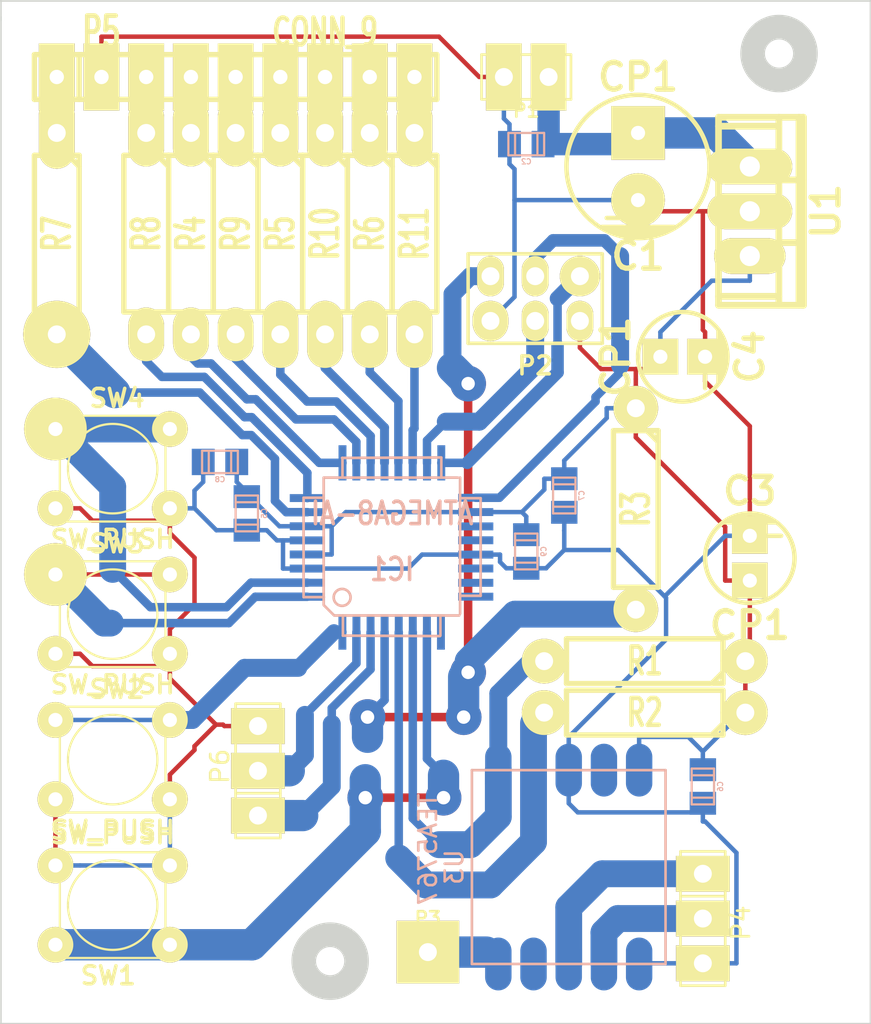
<source format=kicad_pcb>
(kicad_pcb (version 20171130) (host pcbnew "(5.1.12)-1")

  (general
    (thickness 1.6)
    (drawings 7)
    (tracks 303)
    (zones 0)
    (modules 33)
    (nets 35)
  )

  (page A3)
  (layers
    (0 Gorna signal)
    (31 Dolna signal)
    (32 B.Adhes user hide)
    (33 F.Adhes user hide)
    (34 B.Paste user)
    (35 F.Paste user)
    (36 B.SilkS user)
    (37 F.SilkS user)
    (38 B.Mask user)
    (39 F.Mask user)
    (40 Dwgs.User user)
    (41 Cmts.User user)
    (42 Eco1.User user)
    (43 Eco2.User user)
    (44 Edge.Cuts user)
  )

  (setup
    (last_trace_width 0.254)
    (user_trace_width 0.4826)
    (user_trace_width 0.508)
    (user_trace_width 0.7112)
    (user_trace_width 0.889)
    (user_trace_width 1.016)
    (user_trace_width 1.27)
    (user_trace_width 1.524)
    (user_trace_width 1.778)
    (trace_clearance 0.254)
    (zone_clearance 0.508)
    (zone_45_only no)
    (trace_min 0.254)
    (via_size 0.889)
    (via_drill 0.635)
    (via_min_size 0.889)
    (via_min_drill 0.508)
    (user_via 1.27 0.762)
    (user_via 1.524 0.762)
    (user_via 1.778 0.762)
    (user_via 2.032 0.762)
    (uvia_size 0.508)
    (uvia_drill 0.127)
    (uvias_allowed no)
    (uvia_min_size 0.508)
    (uvia_min_drill 0.127)
    (edge_width 0.1)
    (segment_width 0.2)
    (pcb_text_width 0.3)
    (pcb_text_size 1.5 1.5)
    (mod_edge_width 0.15)
    (mod_text_size 1 1)
    (mod_text_width 0.15)
    (pad_size 3.556 3.556)
    (pad_drill 0.8)
    (pad_to_mask_clearance 0)
    (aux_axis_origin 0 0)
    (visible_elements 7FFFFFFF)
    (pcbplotparams
      (layerselection 0x00030_ffffffff)
      (usegerberextensions true)
      (usegerberattributes true)
      (usegerberadvancedattributes true)
      (creategerberjobfile true)
      (excludeedgelayer true)
      (linewidth 0.150000)
      (plotframeref false)
      (viasonmask false)
      (mode 1)
      (useauxorigin false)
      (hpglpennumber 1)
      (hpglpenspeed 20)
      (hpglpendiameter 15.000000)
      (psnegative false)
      (psa4output false)
      (plotreference true)
      (plotvalue true)
      (plotinvisibletext false)
      (padsonsilk false)
      (subtractmaskfromsilk false)
      (outputformat 1)
      (mirror false)
      (drillshape 1)
      (scaleselection 1)
      (outputdirectory ""))
  )

  (net 0 "")
  (net 1 +5V)
  (net 2 GND)
  (net 3 MISO)
  (net 4 MOSI)
  (net 5 N-0000010)
  (net 6 N-0000011)
  (net 7 N-0000012)
  (net 8 N-0000014)
  (net 9 N-0000015)
  (net 10 N-0000016)
  (net 11 N-000003)
  (net 12 N-000005)
  (net 13 N-000006)
  (net 14 N-000007)
  (net 15 N-000008)
  (net 16 N-000009)
  (net 17 RST)
  (net 18 RXD)
  (net 19 SCK)
  (net 20 SCL)
  (net 21 SDA)
  (net 22 TXD)
  (net 23 btn_1)
  (net 24 btn_2)
  (net 25 btn_3)
  (net 26 btn_4)
  (net 27 seg_A)
  (net 28 seg_B)
  (net 29 seg_C)
  (net 30 seg_D)
  (net 31 seg_DP)
  (net 32 seg_E)
  (net 33 seg_F)
  (net 34 seg_G)

  (net_class Default "To jest domyślna klasa połączeń."
    (clearance 0.254)
    (trace_width 0.254)
    (via_dia 0.889)
    (via_drill 0.635)
    (uvia_dia 0.508)
    (uvia_drill 0.127)
    (add_net +5V)
    (add_net GND)
    (add_net MISO)
    (add_net MOSI)
    (add_net N-0000010)
    (add_net N-0000011)
    (add_net N-0000012)
    (add_net N-0000014)
    (add_net N-0000015)
    (add_net N-0000016)
    (add_net N-000003)
    (add_net N-000005)
    (add_net N-000006)
    (add_net N-000007)
    (add_net N-000008)
    (add_net N-000009)
    (add_net RST)
    (add_net RXD)
    (add_net SCK)
    (add_net SCL)
    (add_net SDA)
    (add_net TXD)
    (add_net btn_1)
    (add_net btn_2)
    (add_net btn_3)
    (add_net btn_4)
    (add_net seg_A)
    (add_net seg_B)
    (add_net seg_C)
    (add_net seg_D)
    (add_net seg_DP)
    (add_net seg_E)
    (add_net seg_F)
    (add_net seg_G)
  )

  (module TQFP32 (layer Dolna) (tedit 43A670DA) (tstamp 5668A7B2)
    (at 96.52 63.5)
    (path /56675482)
    (fp_text reference IC1 (at 0 1.27) (layer B.SilkS)
      (effects (font (size 1.27 1.016) (thickness 0.2032)) (justify mirror))
    )
    (fp_text value ATMEGA8-AI (at 0 -1.905) (layer B.SilkS)
      (effects (font (size 1.27 1.016) (thickness 0.2032)) (justify mirror))
    )
    (fp_circle (center -2.83972 2.86004) (end -2.43332 2.60604) (layer B.SilkS) (width 0.1524))
    (fp_line (start -2.794 3.8862) (end -2.794 5.03428) (layer B.SilkS) (width 0.1524))
    (fp_line (start -5.02412 2.8448) (end -3.87604 2.8448) (layer B.SilkS) (width 0.1524))
    (fp_line (start -3.87604 3.302) (end -3.29184 3.8862) (layer B.SilkS) (width 0.1524))
    (fp_line (start -5.0292 -2.794) (end -3.8862 -2.794) (layer B.SilkS) (width 0.1524))
    (fp_line (start -5.0292 2.8448) (end -5.0292 -2.794) (layer B.SilkS) (width 0.1524))
    (fp_line (start -3.8862 -3.937) (end 3.7338 -3.937) (layer B.SilkS) (width 0.1524))
    (fp_line (start 3.8608 -3.937) (end 3.8608 3.7846) (layer B.SilkS) (width 0.1524))
    (fp_line (start -3.2512 3.8862) (end 3.81 3.8862) (layer B.SilkS) (width 0.1524))
    (fp_line (start 2.7432 5.0292) (end 2.7432 3.9878) (layer B.SilkS) (width 0.1524))
    (fp_line (start -3.8862 3.2766) (end -3.8862 -3.9116) (layer B.SilkS) (width 0.1524))
    (fp_line (start -2.794 5.0292) (end 2.7178 5.0546) (layer B.SilkS) (width 0.1524))
    (fp_line (start -2.8448 -5.0546) (end 2.794 -5.08) (layer B.SilkS) (width 0.1524))
    (fp_line (start -2.8194 -3.9878) (end -2.8194 -5.0546) (layer B.SilkS) (width 0.1524))
    (fp_line (start 2.794 -3.9624) (end 2.794 -5.0546) (layer B.SilkS) (width 0.1524))
    (fp_line (start 5.0292 -2.7686) (end 5.0292 2.7686) (layer B.SilkS) (width 0.1524))
    (fp_line (start 5.0292 2.7686) (end 3.9116 2.7686) (layer B.SilkS) (width 0.1524))
    (fp_line (start 5.0292 -2.7686) (end 3.8862 -2.7686) (layer B.SilkS) (width 0.1524))
    (pad 8 smd rect (at -4.81584 -2.77622) (size 1.99898 0.44958) (layers Dolna B.Paste B.Mask)
      (net 28 seg_B))
    (pad 7 smd rect (at -4.81584 -1.97612) (size 1.99898 0.44958) (layers Dolna B.Paste B.Mask)
      (net 27 seg_A))
    (pad 6 smd rect (at -4.81584 -1.17602) (size 1.99898 0.44958) (layers Dolna B.Paste B.Mask)
      (net 1 +5V))
    (pad 5 smd rect (at -4.81584 -0.37592) (size 1.99898 0.44958) (layers Dolna B.Paste B.Mask)
      (net 2 GND))
    (pad 4 smd rect (at -4.81584 0.42418) (size 1.99898 0.44958) (layers Dolna B.Paste B.Mask)
      (net 1 +5V))
    (pad 3 smd rect (at -4.81584 1.22428) (size 1.99898 0.44958) (layers Dolna B.Paste B.Mask)
      (net 2 GND))
    (pad 2 smd rect (at -4.81584 2.02438) (size 1.99898 0.44958) (layers Dolna B.Paste B.Mask)
      (net 26 btn_4))
    (pad 1 smd rect (at -4.81584 2.82448) (size 1.99898 0.44958) (layers Dolna B.Paste B.Mask)
      (net 25 btn_3))
    (pad 24 smd rect (at 4.7498 2.8194) (size 1.99898 0.44958) (layers Dolna B.Paste B.Mask))
    (pad 17 smd rect (at 4.7498 -2.794) (size 1.99898 0.44958) (layers Dolna B.Paste B.Mask)
      (net 19 SCK))
    (pad 18 smd rect (at 4.7498 -1.9812) (size 1.99898 0.44958) (layers Dolna B.Paste B.Mask)
      (net 1 +5V))
    (pad 19 smd rect (at 4.7498 -1.1684) (size 1.99898 0.44958) (layers Dolna B.Paste B.Mask))
    (pad 20 smd rect (at 4.7498 -0.381) (size 1.99898 0.44958) (layers Dolna B.Paste B.Mask))
    (pad 21 smd rect (at 4.7498 0.4318) (size 1.99898 0.44958) (layers Dolna B.Paste B.Mask)
      (net 2 GND))
    (pad 22 smd rect (at 4.7498 1.2192) (size 1.99898 0.44958) (layers Dolna B.Paste B.Mask))
    (pad 23 smd rect (at 4.7498 2.032) (size 1.99898 0.44958) (layers Dolna B.Paste B.Mask))
    (pad 32 smd rect (at -2.82448 4.826) (size 0.44958 1.99898) (layers Dolna B.Paste B.Mask)
      (net 24 btn_2))
    (pad 31 smd rect (at -2.02692 4.826) (size 0.44958 1.99898) (layers Dolna B.Paste B.Mask)
      (net 22 TXD))
    (pad 30 smd rect (at -1.22428 4.826) (size 0.44958 1.99898) (layers Dolna B.Paste B.Mask)
      (net 18 RXD))
    (pad 29 smd rect (at -0.42672 4.826) (size 0.44958 1.99898) (layers Dolna B.Paste B.Mask)
      (net 17 RST))
    (pad 28 smd rect (at 0.37592 4.826) (size 0.44958 1.99898) (layers Dolna B.Paste B.Mask)
      (net 20 SCL))
    (pad 27 smd rect (at 1.17348 4.826) (size 0.44958 1.99898) (layers Dolna B.Paste B.Mask)
      (net 21 SDA))
    (pad 26 smd rect (at 1.97612 4.826) (size 0.44958 1.99898) (layers Dolna B.Paste B.Mask)
      (net 23 btn_1))
    (pad 25 smd rect (at 2.77368 4.826) (size 0.44958 1.99898) (layers Dolna B.Paste B.Mask))
    (pad 9 smd rect (at -2.8194 -4.7752) (size 0.44958 1.99898) (layers Dolna B.Paste B.Mask)
      (net 33 seg_F))
    (pad 10 smd rect (at -2.032 -4.7752) (size 0.44958 1.99898) (layers Dolna B.Paste B.Mask)
      (net 34 seg_G))
    (pad 11 smd rect (at -1.2192 -4.7752) (size 0.44958 1.99898) (layers Dolna B.Paste B.Mask)
      (net 29 seg_C))
    (pad 12 smd rect (at -0.4318 -4.7752) (size 0.44958 1.99898) (layers Dolna B.Paste B.Mask)
      (net 30 seg_D))
    (pad 13 smd rect (at 0.3556 -4.7752) (size 0.44958 1.99898) (layers Dolna B.Paste B.Mask)
      (net 32 seg_E))
    (pad 14 smd rect (at 1.1684 -4.7752) (size 0.44958 1.99898) (layers Dolna B.Paste B.Mask)
      (net 31 seg_DP))
    (pad 15 smd rect (at 1.9812 -4.7752) (size 0.44958 1.99898) (layers Dolna B.Paste B.Mask)
      (net 4 MOSI))
    (pad 16 smd rect (at 2.794 -4.7752) (size 0.44958 1.99898) (layers Dolna B.Paste B.Mask)
      (net 3 MISO))
    (model smd/tqfp32.wrl
      (at (xyz 0 0 0))
      (scale (xyz 1 1 1))
      (rotate (xyz 0 0 0))
    )
  )

  (module TO-220 (layer Gorna) (tedit 56696F32) (tstamp 5668A244)
    (at 116.84 44.45 270)
    (descr "Non Isolated JEDEC TO-220 Package")
    (tags "Power Integration YN Package")
    (path /5668AB90)
    (fp_text reference U1 (at 0 -4.318 270) (layer F.SilkS)
      (effects (font (size 1.524 1.524) (thickness 0.3048)))
    )
    (fp_text value 7805_TO-220 (at 0 -4.318 270) (layer F.SilkS) hide
      (effects (font (size 1.524 1.524) (thickness 0.3048)))
    )
    (fp_line (start 5.334 -3.048) (end -5.334 -3.048) (layer F.SilkS) (width 0.381))
    (fp_line (start 5.334 -3.048) (end 5.334 1.778) (layer F.SilkS) (width 0.381))
    (fp_line (start -5.334 -3.048) (end -5.334 1.778) (layer F.SilkS) (width 0.381))
    (fp_line (start 5.334 1.778) (end -5.334 1.778) (layer F.SilkS) (width 0.381))
    (fp_line (start -5.334 -1.651) (end 5.334 -1.651) (layer F.SilkS) (width 0.381))
    (fp_line (start -1.778 -1.778) (end -1.778 -3.048) (layer F.SilkS) (width 0.381))
    (fp_line (start 1.778 -1.778) (end 1.778 -3.048) (layer F.SilkS) (width 0.381))
    (fp_line (start 5.334 -2.794) (end -5.334 -2.794) (layer F.SilkS) (width 0.381))
    (fp_line (start -4.826 -1.651) (end -4.826 1.778) (layer F.SilkS) (width 0.381))
    (fp_line (start 4.826 -1.651) (end 4.826 1.778) (layer F.SilkS) (width 0.381))
    (pad 2 thru_hole oval (at 0 0 270) (size 2.032 4.826) (drill 1.143) (layers *.Cu *.Mask F.SilkS)
      (net 2 GND))
    (pad 3 thru_hole oval (at 2.54 0 270) (size 2.032 4.064) (drill 1.143) (layers *.Cu *.Mask F.SilkS)
      (net 1 +5V))
    (pad 1 thru_hole oval (at -2.54 0 270) (size 2.032 4.826) (drill 1.143) (layers *.Cu *.Mask F.SilkS)
      (net 8 N-0000014))
  )

  (module SIL-9 (layer Gorna) (tedit 56698261) (tstamp 5668A29C)
    (at 87.63 36.83)
    (descr "Connecteur 9 pins")
    (tags "CONN DEV")
    (path /56673797)
    (fp_text reference P5 (at -7.62 -2.54) (layer F.SilkS)
      (effects (font (size 1.72974 1.08712) (thickness 0.3048)))
    )
    (fp_text value CONN_9 (at 5.08 -2.54) (layer F.SilkS)
      (effects (font (size 1.524 1.016) (thickness 0.3048)))
    )
    (fp_line (start -8.89 -1.27) (end -8.89 1.27) (layer F.SilkS) (width 0.3048))
    (fp_line (start 11.43 -1.27) (end -11.43 -1.27) (layer F.SilkS) (width 0.3048))
    (fp_line (start -11.43 1.27) (end -11.43 -1.27) (layer F.SilkS) (width 0.3048))
    (fp_line (start 11.43 1.27) (end -11.43 1.27) (layer F.SilkS) (width 0.3048))
    (fp_line (start 11.43 -1.27) (end 11.43 1.27) (layer F.SilkS) (width 0.3048))
    (pad 1 thru_hole rect (at -10.16 0) (size 2.032 3.81) (drill 0.8128) (layers *.Cu *.Mask F.SilkS)
      (net 11 N-000003))
    (pad 2 thru_hole rect (at -7.62 0) (size 2.032 3.81) (drill 0.8128) (layers *.Cu *.Mask F.SilkS)
      (net 2 GND))
    (pad 3 thru_hole rect (at -5.08 0) (size 2.032 3.81) (drill 0.8128) (layers *.Cu *.Mask F.SilkS)
      (net 12 N-000005))
    (pad 4 thru_hole rect (at -2.54 0) (size 2.032 3.81) (drill 0.8128) (layers *.Cu *.Mask F.SilkS)
      (net 7 N-0000012))
    (pad 5 thru_hole rect (at 0 0) (size 2.032 3.81) (drill 0.8128) (layers *.Cu *.Mask F.SilkS)
      (net 6 N-0000011))
    (pad 6 thru_hole rect (at 2.54 0) (size 2.032 3.81) (drill 0.8128) (layers *.Cu *.Mask F.SilkS)
      (net 5 N-0000010))
    (pad 7 thru_hole rect (at 5.08 0) (size 2.032 3.81) (drill 0.8128) (layers *.Cu *.Mask F.SilkS)
      (net 16 N-000009))
    (pad 8 thru_hole rect (at 7.62 0) (size 2.032 3.81) (drill 0.8128) (layers *.Cu *.Mask F.SilkS)
      (net 15 N-000008))
    (pad 9 thru_hole rect (at 10.16 0) (size 2.032 3.81) (drill 0.8128) (layers *.Cu *.Mask F.SilkS)
      (net 14 N-000007))
  )

  (module R4-5 (layer Gorna) (tedit 5669828F) (tstamp 5668A2A9)
    (at 87.63 45.72 270)
    (path /5667377D)
    (fp_text reference R9 (at 0 0 270) (layer F.SilkS)
      (effects (font (size 1.524 1.016) (thickness 0.3048)))
    )
    (fp_text value R (at 0 0 270) (layer F.SilkS) hide
      (effects (font (size 1.524 1.016) (thickness 0.3048)))
    )
    (fp_line (start 4.445 0) (end 5.715 0) (layer F.SilkS) (width 0.3048))
    (fp_line (start -4.445 0) (end -5.715 0) (layer F.SilkS) (width 0.3048))
    (fp_line (start -4.445 -0.635) (end -3.81 -1.27) (layer F.SilkS) (width 0.3048))
    (fp_line (start 4.445 -1.27) (end -4.445 -1.27) (layer F.SilkS) (width 0.3048))
    (fp_line (start 4.445 1.27) (end 4.445 -1.27) (layer F.SilkS) (width 0.3048))
    (fp_line (start -4.445 1.27) (end 4.445 1.27) (layer F.SilkS) (width 0.3048))
    (fp_line (start -4.445 -1.27) (end -4.445 1.27) (layer F.SilkS) (width 0.3048))
    (pad 1 thru_hole oval (at -5.715 0 270) (size 3.81 2.032) (drill 1.016) (layers *.Cu *.Mask F.SilkS)
      (net 6 N-0000011))
    (pad 2 thru_hole oval (at 5.715 0 270) (size 3.048 2.032) (drill 1.016) (layers *.Cu *.Mask F.SilkS)
      (net 34 seg_G))
    (model discret/resistor.wrl
      (at (xyz 0 0 0))
      (scale (xyz 0.45 0.45 0.45))
      (rotate (xyz 0 0 0))
    )
  )

  (module R4-5 (layer Gorna) (tedit 56698303) (tstamp 5668DBB3)
    (at 110.363 61.341 270)
    (path /56675659)
    (fp_text reference R3 (at 0 0 270) (layer F.SilkS)
      (effects (font (size 1.524 1.016) (thickness 0.3048)))
    )
    (fp_text value R (at 0 0 270) (layer F.SilkS) hide
      (effects (font (size 1.524 1.016) (thickness 0.3048)))
    )
    (fp_line (start 4.445 0) (end 5.715 0) (layer F.SilkS) (width 0.3048))
    (fp_line (start -4.445 0) (end -5.715 0) (layer F.SilkS) (width 0.3048))
    (fp_line (start -4.445 -0.635) (end -3.81 -1.27) (layer F.SilkS) (width 0.3048))
    (fp_line (start 4.445 -1.27) (end -4.445 -1.27) (layer F.SilkS) (width 0.3048))
    (fp_line (start 4.445 1.27) (end 4.445 -1.27) (layer F.SilkS) (width 0.3048))
    (fp_line (start -4.445 1.27) (end 4.445 1.27) (layer F.SilkS) (width 0.3048))
    (fp_line (start -4.445 -1.27) (end -4.445 1.27) (layer F.SilkS) (width 0.3048))
    (pad 1 thru_hole oval (at -5.715 0 270) (size 2.54 2.54) (drill 1.016) (layers *.Cu *.Mask F.SilkS)
      (net 1 +5V))
    (pad 2 thru_hole circle (at 5.715 0 270) (size 2.54 2.54) (drill 1.016) (layers *.Cu *.Mask F.SilkS)
      (net 17 RST))
    (model discret/resistor.wrl
      (at (xyz 0 0 0))
      (scale (xyz 0.45 0.45 0.45))
      (rotate (xyz 0 0 0))
    )
  )

  (module R4-5 (layer Gorna) (tedit 566982B3) (tstamp 5668A2C3)
    (at 97.79 45.72 270)
    (path /5667378F)
    (fp_text reference R11 (at 0 0 270) (layer F.SilkS)
      (effects (font (size 1.524 1.016) (thickness 0.3048)))
    )
    (fp_text value R (at 0 0 270) (layer F.SilkS) hide
      (effects (font (size 1.524 1.016) (thickness 0.3048)))
    )
    (fp_line (start 4.445 0) (end 5.715 0) (layer F.SilkS) (width 0.3048))
    (fp_line (start -4.445 0) (end -5.715 0) (layer F.SilkS) (width 0.3048))
    (fp_line (start -4.445 -0.635) (end -3.81 -1.27) (layer F.SilkS) (width 0.3048))
    (fp_line (start 4.445 -1.27) (end -4.445 -1.27) (layer F.SilkS) (width 0.3048))
    (fp_line (start 4.445 1.27) (end 4.445 -1.27) (layer F.SilkS) (width 0.3048))
    (fp_line (start -4.445 1.27) (end 4.445 1.27) (layer F.SilkS) (width 0.3048))
    (fp_line (start -4.445 -1.27) (end -4.445 1.27) (layer F.SilkS) (width 0.3048))
    (pad 1 thru_hole oval (at -5.715 0 270) (size 3.81 2.032) (drill 1.016) (layers *.Cu *.Mask F.SilkS)
      (net 14 N-000007))
    (pad 2 thru_hole oval (at 5.715 0 270) (size 3.81 2.032) (drill 1.016) (layers *.Cu *.Mask F.SilkS)
      (net 31 seg_DP))
    (model discret/resistor.wrl
      (at (xyz 0 0 0))
      (scale (xyz 0.45 0.45 0.45))
      (rotate (xyz 0 0 0))
    )
  )

  (module R4-5 (layer Gorna) (tedit 566982A0) (tstamp 5668A2D0)
    (at 92.71 45.72 270)
    (path /56673789)
    (fp_text reference R10 (at 0 0 270) (layer F.SilkS)
      (effects (font (size 1.524 1.016) (thickness 0.3048)))
    )
    (fp_text value R (at 0 0 270) (layer F.SilkS) hide
      (effects (font (size 1.524 1.016) (thickness 0.3048)))
    )
    (fp_line (start 4.445 0) (end 5.715 0) (layer F.SilkS) (width 0.3048))
    (fp_line (start -4.445 0) (end -5.715 0) (layer F.SilkS) (width 0.3048))
    (fp_line (start -4.445 -0.635) (end -3.81 -1.27) (layer F.SilkS) (width 0.3048))
    (fp_line (start 4.445 -1.27) (end -4.445 -1.27) (layer F.SilkS) (width 0.3048))
    (fp_line (start 4.445 1.27) (end 4.445 -1.27) (layer F.SilkS) (width 0.3048))
    (fp_line (start -4.445 1.27) (end 4.445 1.27) (layer F.SilkS) (width 0.3048))
    (fp_line (start -4.445 -1.27) (end -4.445 1.27) (layer F.SilkS) (width 0.3048))
    (pad 1 thru_hole oval (at -5.715 0 270) (size 3.81 2.032) (drill 1.016) (layers *.Cu *.Mask F.SilkS)
      (net 16 N-000009))
    (pad 2 thru_hole oval (at 5.715 0 270) (size 3.81 2.032) (drill 1.016) (layers *.Cu *.Mask F.SilkS)
      (net 30 seg_D))
    (model discret/resistor.wrl
      (at (xyz 0 0 0))
      (scale (xyz 0.45 0.45 0.45))
      (rotate (xyz 0 0 0))
    )
  )

  (module R4-5 (layer Gorna) (tedit 56698298) (tstamp 5668A2DD)
    (at 90.17 45.72 270)
    (path /56673783)
    (fp_text reference R5 (at 0 0 270) (layer F.SilkS)
      (effects (font (size 1.524 1.016) (thickness 0.3048)))
    )
    (fp_text value R (at 0 0 270) (layer F.SilkS) hide
      (effects (font (size 1.524 1.016) (thickness 0.3048)))
    )
    (fp_line (start 4.445 0) (end 5.715 0) (layer F.SilkS) (width 0.3048))
    (fp_line (start -4.445 0) (end -5.715 0) (layer F.SilkS) (width 0.3048))
    (fp_line (start -4.445 -0.635) (end -3.81 -1.27) (layer F.SilkS) (width 0.3048))
    (fp_line (start 4.445 -1.27) (end -4.445 -1.27) (layer F.SilkS) (width 0.3048))
    (fp_line (start 4.445 1.27) (end 4.445 -1.27) (layer F.SilkS) (width 0.3048))
    (fp_line (start -4.445 1.27) (end 4.445 1.27) (layer F.SilkS) (width 0.3048))
    (fp_line (start -4.445 -1.27) (end -4.445 1.27) (layer F.SilkS) (width 0.3048))
    (pad 1 thru_hole oval (at -5.715 0 270) (size 3.81 2.032) (drill 1.016) (layers *.Cu *.Mask F.SilkS)
      (net 5 N-0000010))
    (pad 2 thru_hole oval (at 5.715 0 270) (size 3.81 2.032) (drill 1.016) (layers *.Cu *.Mask F.SilkS)
      (net 29 seg_C))
    (model discret/resistor.wrl
      (at (xyz 0 0 0))
      (scale (xyz 0.45 0.45 0.45))
      (rotate (xyz 0 0 0))
    )
  )

  (module R4-5 (layer Gorna) (tedit 56698286) (tstamp 5668A2EA)
    (at 85.09 45.72 270)
    (path /5667375F)
    (fp_text reference R4 (at 0 0 270) (layer F.SilkS)
      (effects (font (size 1.524 1.016) (thickness 0.3048)))
    )
    (fp_text value R (at 0 0 270) (layer F.SilkS) hide
      (effects (font (size 1.524 1.016) (thickness 0.3048)))
    )
    (fp_line (start 4.445 0) (end 5.715 0) (layer F.SilkS) (width 0.3048))
    (fp_line (start -4.445 0) (end -5.715 0) (layer F.SilkS) (width 0.3048))
    (fp_line (start -4.445 -0.635) (end -3.81 -1.27) (layer F.SilkS) (width 0.3048))
    (fp_line (start 4.445 -1.27) (end -4.445 -1.27) (layer F.SilkS) (width 0.3048))
    (fp_line (start 4.445 1.27) (end 4.445 -1.27) (layer F.SilkS) (width 0.3048))
    (fp_line (start -4.445 1.27) (end 4.445 1.27) (layer F.SilkS) (width 0.3048))
    (fp_line (start -4.445 -1.27) (end -4.445 1.27) (layer F.SilkS) (width 0.3048))
    (pad 1 thru_hole oval (at -5.715 0 270) (size 3.81 2.032) (drill 1.016) (layers *.Cu *.Mask F.SilkS)
      (net 7 N-0000012))
    (pad 2 thru_hole oval (at 5.715 0 270) (size 3.048 2.032) (drill 1.016) (layers *.Cu *.Mask F.SilkS)
      (net 33 seg_F))
    (model discret/resistor.wrl
      (at (xyz 0 0 0))
      (scale (xyz 0.45 0.45 0.45))
      (rotate (xyz 0 0 0))
    )
  )

  (module R4-5 (layer Gorna) (tedit 56698279) (tstamp 5668A2F7)
    (at 82.55 45.72 270)
    (path /56673759)
    (fp_text reference R8 (at 0 0 270) (layer F.SilkS)
      (effects (font (size 1.524 1.016) (thickness 0.3048)))
    )
    (fp_text value R (at 0 0 270) (layer F.SilkS) hide
      (effects (font (size 1.524 1.016) (thickness 0.3048)))
    )
    (fp_line (start 4.445 0) (end 5.715 0) (layer F.SilkS) (width 0.3048))
    (fp_line (start -4.445 0) (end -5.715 0) (layer F.SilkS) (width 0.3048))
    (fp_line (start -4.445 -0.635) (end -3.81 -1.27) (layer F.SilkS) (width 0.3048))
    (fp_line (start 4.445 -1.27) (end -4.445 -1.27) (layer F.SilkS) (width 0.3048))
    (fp_line (start 4.445 1.27) (end 4.445 -1.27) (layer F.SilkS) (width 0.3048))
    (fp_line (start -4.445 1.27) (end 4.445 1.27) (layer F.SilkS) (width 0.3048))
    (fp_line (start -4.445 -1.27) (end -4.445 1.27) (layer F.SilkS) (width 0.3048))
    (pad 1 thru_hole oval (at -5.715 0 270) (size 3.81 2.032) (drill 1.016) (layers *.Cu *.Mask F.SilkS)
      (net 12 N-000005))
    (pad 2 thru_hole oval (at 5.715 0 270) (size 3.048 2.032) (drill 1.016) (layers *.Cu *.Mask F.SilkS)
      (net 28 seg_B))
    (model discret/resistor.wrl
      (at (xyz 0 0 0))
      (scale (xyz 0.45 0.45 0.45))
      (rotate (xyz 0 0 0))
    )
  )

  (module R4-5 (layer Gorna) (tedit 566982AB) (tstamp 5668A304)
    (at 95.25 45.72 270)
    (path /56673753)
    (fp_text reference R6 (at 0 0 270) (layer F.SilkS)
      (effects (font (size 1.524 1.016) (thickness 0.3048)))
    )
    (fp_text value R (at 0 0 270) (layer F.SilkS) hide
      (effects (font (size 1.524 1.016) (thickness 0.3048)))
    )
    (fp_line (start 4.445 0) (end 5.715 0) (layer F.SilkS) (width 0.3048))
    (fp_line (start -4.445 0) (end -5.715 0) (layer F.SilkS) (width 0.3048))
    (fp_line (start -4.445 -0.635) (end -3.81 -1.27) (layer F.SilkS) (width 0.3048))
    (fp_line (start 4.445 -1.27) (end -4.445 -1.27) (layer F.SilkS) (width 0.3048))
    (fp_line (start 4.445 1.27) (end 4.445 -1.27) (layer F.SilkS) (width 0.3048))
    (fp_line (start -4.445 1.27) (end 4.445 1.27) (layer F.SilkS) (width 0.3048))
    (fp_line (start -4.445 -1.27) (end -4.445 1.27) (layer F.SilkS) (width 0.3048))
    (pad 1 thru_hole oval (at -5.715 0 270) (size 3.81 2.032) (drill 1.016) (layers *.Cu *.Mask F.SilkS)
      (net 15 N-000008))
    (pad 2 thru_hole oval (at 5.715 0 270) (size 3.81 2.032) (drill 1.016) (layers *.Cu *.Mask F.SilkS)
      (net 32 seg_E))
    (model discret/resistor.wrl
      (at (xyz 0 0 0))
      (scale (xyz 0.45 0.45 0.45))
      (rotate (xyz 0 0 0))
    )
  )

  (module R4-5 (layer Gorna) (tedit 56696E4C) (tstamp 5668A311)
    (at 77.47 45.72 270)
    (path /56673746)
    (fp_text reference R7 (at 0 0 270) (layer F.SilkS)
      (effects (font (size 1.524 1.016) (thickness 0.3048)))
    )
    (fp_text value R (at 0 0 270) (layer F.SilkS) hide
      (effects (font (size 1.524 1.016) (thickness 0.3048)))
    )
    (fp_line (start 4.445 0) (end 5.715 0) (layer F.SilkS) (width 0.3048))
    (fp_line (start -4.445 0) (end -5.715 0) (layer F.SilkS) (width 0.3048))
    (fp_line (start -4.445 -0.635) (end -3.81 -1.27) (layer F.SilkS) (width 0.3048))
    (fp_line (start 4.445 -1.27) (end -4.445 -1.27) (layer F.SilkS) (width 0.3048))
    (fp_line (start 4.445 1.27) (end 4.445 -1.27) (layer F.SilkS) (width 0.3048))
    (fp_line (start -4.445 1.27) (end 4.445 1.27) (layer F.SilkS) (width 0.3048))
    (fp_line (start -4.445 -1.27) (end -4.445 1.27) (layer F.SilkS) (width 0.3048))
    (pad 1 thru_hole oval (at -5.715 0 270) (size 4.064 2.032) (drill 1.016) (layers *.Cu *.Mask F.SilkS)
      (net 11 N-000003))
    (pad 2 thru_hole circle (at 5.715 0 270) (size 3.81 3.81) (drill 1.016) (layers *.Cu *.Mask F.SilkS)
      (net 27 seg_A))
    (model discret/resistor.wrl
      (at (xyz 0 0 0))
      (scale (xyz 0.45 0.45 0.45))
      (rotate (xyz 0 0 0))
    )
  )

  (module R4-5 (layer Gorna) (tedit 56698322) (tstamp 5668A31E)
    (at 110.871 72.898 180)
    (path /56673737)
    (fp_text reference R2 (at 0 0 180) (layer F.SilkS)
      (effects (font (size 1.524 1.016) (thickness 0.3048)))
    )
    (fp_text value R (at 0 0 180) (layer F.SilkS) hide
      (effects (font (size 1.524 1.016) (thickness 0.3048)))
    )
    (fp_line (start 4.445 0) (end 5.715 0) (layer F.SilkS) (width 0.3048))
    (fp_line (start -4.445 0) (end -5.715 0) (layer F.SilkS) (width 0.3048))
    (fp_line (start -4.445 -0.635) (end -3.81 -1.27) (layer F.SilkS) (width 0.3048))
    (fp_line (start 4.445 -1.27) (end -4.445 -1.27) (layer F.SilkS) (width 0.3048))
    (fp_line (start 4.445 1.27) (end 4.445 -1.27) (layer F.SilkS) (width 0.3048))
    (fp_line (start -4.445 1.27) (end 4.445 1.27) (layer F.SilkS) (width 0.3048))
    (fp_line (start -4.445 -1.27) (end -4.445 1.27) (layer F.SilkS) (width 0.3048))
    (pad 1 thru_hole circle (at -5.715 0 180) (size 2.54 2.54) (drill 1.016) (layers *.Cu *.Mask F.SilkS)
      (net 1 +5V))
    (pad 2 thru_hole circle (at 5.715 0 180) (size 2.54 2.54) (drill 1.016) (layers *.Cu *.Mask F.SilkS)
      (net 20 SCL))
    (model discret/resistor.wrl
      (at (xyz 0 0 0))
      (scale (xyz 0.45 0.45 0.45))
      (rotate (xyz 0 0 0))
    )
  )

  (module R4-5 (layer Gorna) (tedit 56698326) (tstamp 5668A32B)
    (at 110.871 69.977 180)
    (path /56673728)
    (fp_text reference R1 (at 0 0 180) (layer F.SilkS)
      (effects (font (size 1.524 1.016) (thickness 0.3048)))
    )
    (fp_text value R (at 0 0 180) (layer F.SilkS) hide
      (effects (font (size 1.524 1.016) (thickness 0.3048)))
    )
    (fp_line (start 4.445 0) (end 5.715 0) (layer F.SilkS) (width 0.3048))
    (fp_line (start -4.445 0) (end -5.715 0) (layer F.SilkS) (width 0.3048))
    (fp_line (start -4.445 -0.635) (end -3.81 -1.27) (layer F.SilkS) (width 0.3048))
    (fp_line (start 4.445 -1.27) (end -4.445 -1.27) (layer F.SilkS) (width 0.3048))
    (fp_line (start 4.445 1.27) (end 4.445 -1.27) (layer F.SilkS) (width 0.3048))
    (fp_line (start -4.445 1.27) (end 4.445 1.27) (layer F.SilkS) (width 0.3048))
    (fp_line (start -4.445 -1.27) (end -4.445 1.27) (layer F.SilkS) (width 0.3048))
    (pad 1 thru_hole circle (at -5.715 0 180) (size 2.54 2.54) (drill 1.016) (layers *.Cu *.Mask F.SilkS)
      (net 1 +5V))
    (pad 2 thru_hole circle (at 5.715 0 180) (size 2.54 2.54) (drill 1.016) (layers *.Cu *.Mask F.SilkS)
      (net 21 SDA))
    (model discret/resistor.wrl
      (at (xyz 0 0 0))
      (scale (xyz 0.45 0.45 0.45))
      (rotate (xyz 0 0 0))
    )
  )

  (module pin_array_3x2 (layer Gorna) (tedit 56699857) (tstamp 5668A339)
    (at 104.648 49.403 180)
    (descr "Double rangee de contacts 2 x 4 pins")
    (tags CONN)
    (path /56676305)
    (fp_text reference P2 (at 0 -3.81 180) (layer F.SilkS)
      (effects (font (size 1.016 1.016) (thickness 0.2032)))
    )
    (fp_text value CONN_3X2 (at 0 3.81 180) (layer F.SilkS) hide
      (effects (font (size 1.016 1.016) (thickness 0.2032)))
    )
    (fp_line (start -3.81 2.54) (end -3.81 -2.54) (layer F.SilkS) (width 0.2032))
    (fp_line (start 3.81 -2.54) (end 3.81 2.54) (layer F.SilkS) (width 0.2032))
    (fp_line (start -3.81 -2.54) (end 3.81 -2.54) (layer F.SilkS) (width 0.2032))
    (fp_line (start 3.81 2.54) (end -3.81 2.54) (layer F.SilkS) (width 0.2032))
    (pad 1 thru_hole oval (at -2.54 1.27 180) (size 2.286 2.286) (drill 1.016) (layers *.Cu *.Mask F.SilkS)
      (net 3 MISO))
    (pad 2 thru_hole oval (at -2.54 -1.27 180) (size 1.524 2.286) (drill 1.016) (layers *.Cu *.Mask F.SilkS)
      (net 1 +5V))
    (pad 3 thru_hole oval (at 0 1.27 180) (size 1.524 2.286) (drill 1.016) (layers *.Cu *.Mask F.SilkS)
      (net 19 SCK))
    (pad 4 thru_hole oval (at 0 -1.27 180) (size 1.524 2.286) (drill 1.016) (layers *.Cu *.Mask F.SilkS)
      (net 4 MOSI))
    (pad 5 thru_hole oval (at 2.54 1.27 180) (size 1.524 2.286) (drill 1.016) (layers *.Cu *.Mask F.SilkS)
      (net 17 RST))
    (pad 6 thru_hole oval (at 2.54 -1.27 180) (size 2.032 2.286) (drill 1.016) (layers *.Cu *.Mask F.SilkS)
      (net 2 GND))
    (model pin_array/pins_array_3x2.wrl
      (at (xyz 0 0 0))
      (scale (xyz 1 1 1))
      (rotate (xyz 0 0 0))
    )
  )

  (module PIN_ARRAY_2X1 (layer Gorna) (tedit 56696ECF) (tstamp 5668A359)
    (at 104.14 36.83 180)
    (descr "Connecteurs 2 pins")
    (tags "CONN DEV")
    (path /5668A185)
    (fp_text reference P1 (at 0 -1.905 180) (layer F.SilkS)
      (effects (font (size 0.762 0.762) (thickness 0.1524)))
    )
    (fp_text value CONN_2 (at 0 -1.905 180) (layer F.SilkS) hide
      (effects (font (size 0.762 0.762) (thickness 0.1524)))
    )
    (fp_line (start 2.54 1.27) (end -2.54 1.27) (layer F.SilkS) (width 0.1524))
    (fp_line (start 2.54 -1.27) (end 2.54 1.27) (layer F.SilkS) (width 0.1524))
    (fp_line (start -2.54 -1.27) (end 2.54 -1.27) (layer F.SilkS) (width 0.1524))
    (fp_line (start -2.54 1.27) (end -2.54 -1.27) (layer F.SilkS) (width 0.1524))
    (pad 1 thru_hole rect (at -1.27 0 180) (size 2.032 3.81) (drill 1.016) (layers *.Cu *.Mask F.SilkS)
      (net 8 N-0000014))
    (pad 2 thru_hole rect (at 1.27 0 180) (size 2.032 3.81) (drill 1.016) (layers *.Cu *.Mask F.SilkS)
      (net 2 GND))
    (model pin_array/pins_array_2x1.wrl
      (at (xyz 0 0 0))
      (scale (xyz 1 1 1))
      (rotate (xyz 0 0 0))
    )
  )

  (module PIN_ARRAY_1 (layer Gorna) (tedit 56698397) (tstamp 5668A362)
    (at 98.552 86.487)
    (descr "1 pin")
    (tags "CONN DEV")
    (path /56675302)
    (fp_text reference P3 (at 0 -1.905) (layer F.SilkS)
      (effects (font (size 0.762 0.762) (thickness 0.1524)))
    )
    (fp_text value CONN_1 (at 0 -1.905) (layer F.SilkS) hide
      (effects (font (size 0.762 0.762) (thickness 0.1524)))
    )
    (fp_line (start 1.27 -1.27) (end 1.27 1.27) (layer F.SilkS) (width 0.1524))
    (fp_line (start -1.27 1.27) (end -1.27 -1.27) (layer F.SilkS) (width 0.1524))
    (fp_line (start -1.27 -1.27) (end 1.27 -1.27) (layer F.SilkS) (width 0.1524))
    (fp_line (start 1.27 1.27) (end -1.27 1.27) (layer F.SilkS) (width 0.1524))
    (pad 1 thru_hole rect (at 0 0) (size 3.556 3.556) (drill 1.016) (layers *.Cu *.Mask F.SilkS)
      (net 13 N-000006))
    (model pin_array\pin_1.wrl
      (at (xyz 0 0 0))
      (scale (xyz 1 1 1))
      (rotate (xyz 0 0 0))
    )
  )

  (module CP_8x13mm (layer Gorna) (tedit 56696EAA) (tstamp 5668A38F)
    (at 110.49 41.91 180)
    (descr "Capacitor, pol, cyl 8x13mm")
    (path /5668A389)
    (fp_text reference C1 (at 0 -5.08 180) (layer F.SilkS)
      (effects (font (size 1.524 1.524) (thickness 0.3048)))
    )
    (fp_text value CP1 (at 0 5.08 180) (layer F.SilkS)
      (effects (font (size 1.524 1.524) (thickness 0.3048)))
    )
    (fp_circle (center 0 0) (end -4.064 0.127) (layer F.SilkS) (width 0.254))
    (fp_line (start -1.524 -3.683) (end 1.524 -3.683) (layer F.SilkS) (width 0.254))
    (fp_line (start -1.016 -3.81) (end 1.016 -3.81) (layer F.SilkS) (width 0.254))
    (fp_line (start 1.016 -3.937) (end -1.016 -3.937) (layer F.SilkS) (width 0.254))
    (fp_line (start 0.889 -2.921) (end 1.778 -2.921) (layer F.SilkS) (width 0.254))
    (fp_line (start 1.651 -3.556) (end 2.032 -3.429) (layer F.SilkS) (width 0.254))
    (fp_line (start -1.651 -3.556) (end 1.651 -3.556) (layer F.SilkS) (width 0.254))
    (fp_line (start -2.032 -3.429) (end -1.651 -3.556) (layer F.SilkS) (width 0.254))
    (fp_line (start 2.032 -3.429) (end -2.032 -3.429) (layer F.SilkS) (width 0.254))
    (pad 1 thru_hole rect (at 0 1.905 180) (size 3.048 3.048) (drill 0.8001) (layers *.Cu *.Mask F.SilkS)
      (net 8 N-0000014))
    (pad 2 thru_hole circle (at 0 -1.905 180) (size 3.048 3.048) (drill 0.8001) (layers *.Cu *.Mask F.SilkS)
      (net 2 GND))
    (model discret/capacitor/cp_8x13mm.wrl
      (at (xyz 0 0 0))
      (scale (xyz 1 1 1))
      (rotate (xyz 0 0 0))
    )
  )

  (module c_0805 (layer Dolna) (tedit 49047394) (tstamp 5668A39B)
    (at 106.299 60.579 90)
    (descr "SMT capacitor, 0805")
    (path /5667370A)
    (fp_text reference C7 (at 0 0.9906 90) (layer B.SilkS)
      (effects (font (size 0.29972 0.29972) (thickness 0.06096)) (justify mirror))
    )
    (fp_text value C (at 0 -0.9906 90) (layer B.SilkS) hide
      (effects (font (size 0.29972 0.29972) (thickness 0.06096)) (justify mirror))
    )
    (fp_line (start -1.016 -0.635) (end -1.016 0.635) (layer B.SilkS) (width 0.127))
    (fp_line (start 1.016 -0.635) (end -1.016 -0.635) (layer B.SilkS) (width 0.127))
    (fp_line (start 1.016 0.635) (end 1.016 -0.635) (layer B.SilkS) (width 0.127))
    (fp_line (start -1.016 0.635) (end 1.016 0.635) (layer B.SilkS) (width 0.127))
    (fp_line (start -0.635 0.635) (end -0.635 -0.6096) (layer B.SilkS) (width 0.127))
    (fp_line (start 0.635 0.635) (end 0.635 -0.635) (layer B.SilkS) (width 0.127))
    (pad 1 smd rect (at 0.9525 0 90) (size 1.30048 1.4986) (layers Dolna B.Paste B.Mask)
      (net 1 +5V))
    (pad 2 smd rect (at -0.9525 0 90) (size 1.30048 1.4986) (layers Dolna B.Paste B.Mask)
      (net 2 GND))
    (model smd/capacitors/c_0805.wrl
      (at (xyz 0 0 0))
      (scale (xyz 1 1 1))
      (rotate (xyz 0 0 0))
    )
  )

  (module c_0805 (layer Dolna) (tedit 49047394) (tstamp 5668A3A7)
    (at 104.14 63.754 90)
    (descr "SMT capacitor, 0805")
    (path /566767B1)
    (fp_text reference C9 (at 0 0.9906 90) (layer B.SilkS)
      (effects (font (size 0.29972 0.29972) (thickness 0.06096)) (justify mirror))
    )
    (fp_text value C (at 0 -0.9906 90) (layer B.SilkS) hide
      (effects (font (size 0.29972 0.29972) (thickness 0.06096)) (justify mirror))
    )
    (fp_line (start -1.016 -0.635) (end -1.016 0.635) (layer B.SilkS) (width 0.127))
    (fp_line (start 1.016 -0.635) (end -1.016 -0.635) (layer B.SilkS) (width 0.127))
    (fp_line (start 1.016 0.635) (end 1.016 -0.635) (layer B.SilkS) (width 0.127))
    (fp_line (start -1.016 0.635) (end 1.016 0.635) (layer B.SilkS) (width 0.127))
    (fp_line (start -0.635 0.635) (end -0.635 -0.6096) (layer B.SilkS) (width 0.127))
    (fp_line (start 0.635 0.635) (end 0.635 -0.635) (layer B.SilkS) (width 0.127))
    (pad 1 smd rect (at 0.9525 0 90) (size 1.30048 1.4986) (layers Dolna B.Paste B.Mask)
      (net 1 +5V))
    (pad 2 smd rect (at -0.9525 0 90) (size 1.30048 1.4986) (layers Dolna B.Paste B.Mask)
      (net 2 GND))
    (model smd/capacitors/c_0805.wrl
      (at (xyz 0 0 0))
      (scale (xyz 1 1 1))
      (rotate (xyz 0 0 0))
    )
  )

  (module c_0805 (layer Dolna) (tedit 49047394) (tstamp 5668A3B3)
    (at 86.741 58.674)
    (descr "SMT capacitor, 0805")
    (path /56676978)
    (fp_text reference C8 (at 0 0.9906) (layer B.SilkS)
      (effects (font (size 0.29972 0.29972) (thickness 0.06096)) (justify mirror))
    )
    (fp_text value C (at 0 -0.9906) (layer B.SilkS) hide
      (effects (font (size 0.29972 0.29972) (thickness 0.06096)) (justify mirror))
    )
    (fp_line (start -1.016 -0.635) (end -1.016 0.635) (layer B.SilkS) (width 0.127))
    (fp_line (start 1.016 -0.635) (end -1.016 -0.635) (layer B.SilkS) (width 0.127))
    (fp_line (start 1.016 0.635) (end 1.016 -0.635) (layer B.SilkS) (width 0.127))
    (fp_line (start -1.016 0.635) (end 1.016 0.635) (layer B.SilkS) (width 0.127))
    (fp_line (start -0.635 0.635) (end -0.635 -0.6096) (layer B.SilkS) (width 0.127))
    (fp_line (start 0.635 0.635) (end 0.635 -0.635) (layer B.SilkS) (width 0.127))
    (pad 1 smd rect (at 0.9525 0) (size 1.30048 1.4986) (layers Dolna B.Paste B.Mask)
      (net 1 +5V))
    (pad 2 smd rect (at -0.9525 0) (size 1.30048 1.4986) (layers Dolna B.Paste B.Mask)
      (net 2 GND))
    (model smd/capacitors/c_0805.wrl
      (at (xyz 0 0 0))
      (scale (xyz 1 1 1))
      (rotate (xyz 0 0 0))
    )
  )

  (module c_0805 (layer Dolna) (tedit 49047394) (tstamp 5668A3BF)
    (at 114.173 77.089 90)
    (descr "SMT capacitor, 0805")
    (path /566736FB)
    (fp_text reference C6 (at 0 0.9906 90) (layer B.SilkS)
      (effects (font (size 0.29972 0.29972) (thickness 0.06096)) (justify mirror))
    )
    (fp_text value C (at 0 -0.9906 90) (layer B.SilkS) hide
      (effects (font (size 0.29972 0.29972) (thickness 0.06096)) (justify mirror))
    )
    (fp_line (start -1.016 -0.635) (end -1.016 0.635) (layer B.SilkS) (width 0.127))
    (fp_line (start 1.016 -0.635) (end -1.016 -0.635) (layer B.SilkS) (width 0.127))
    (fp_line (start 1.016 0.635) (end 1.016 -0.635) (layer B.SilkS) (width 0.127))
    (fp_line (start -1.016 0.635) (end 1.016 0.635) (layer B.SilkS) (width 0.127))
    (fp_line (start -0.635 0.635) (end -0.635 -0.6096) (layer B.SilkS) (width 0.127))
    (fp_line (start 0.635 0.635) (end 0.635 -0.635) (layer B.SilkS) (width 0.127))
    (pad 1 smd rect (at 0.9525 0 90) (size 1.30048 1.4986) (layers Dolna B.Paste B.Mask)
      (net 1 +5V))
    (pad 2 smd rect (at -0.9525 0 90) (size 1.30048 1.4986) (layers Dolna B.Paste B.Mask)
      (net 2 GND))
    (model smd/capacitors/c_0805.wrl
      (at (xyz 0 0 0))
      (scale (xyz 1 1 1))
      (rotate (xyz 0 0 0))
    )
  )

  (module c_0805 (layer Dolna) (tedit 49047394) (tstamp 5668A3CB)
    (at 88.265 61.595 90)
    (descr "SMT capacitor, 0805")
    (path /566736EC)
    (fp_text reference C5 (at 0 0.9906 90) (layer B.SilkS)
      (effects (font (size 0.29972 0.29972) (thickness 0.06096)) (justify mirror))
    )
    (fp_text value C (at 0 -0.9906 90) (layer B.SilkS) hide
      (effects (font (size 0.29972 0.29972) (thickness 0.06096)) (justify mirror))
    )
    (fp_line (start -1.016 -0.635) (end -1.016 0.635) (layer B.SilkS) (width 0.127))
    (fp_line (start 1.016 -0.635) (end -1.016 -0.635) (layer B.SilkS) (width 0.127))
    (fp_line (start 1.016 0.635) (end 1.016 -0.635) (layer B.SilkS) (width 0.127))
    (fp_line (start -1.016 0.635) (end 1.016 0.635) (layer B.SilkS) (width 0.127))
    (fp_line (start -0.635 0.635) (end -0.635 -0.6096) (layer B.SilkS) (width 0.127))
    (fp_line (start 0.635 0.635) (end 0.635 -0.635) (layer B.SilkS) (width 0.127))
    (pad 1 smd rect (at 0.9525 0 90) (size 1.30048 1.4986) (layers Dolna B.Paste B.Mask)
      (net 1 +5V))
    (pad 2 smd rect (at -0.9525 0 90) (size 1.30048 1.4986) (layers Dolna B.Paste B.Mask)
      (net 2 GND))
    (model smd/capacitors/c_0805.wrl
      (at (xyz 0 0 0))
      (scale (xyz 1 1 1))
      (rotate (xyz 0 0 0))
    )
  )

  (module c_0805 (layer Dolna) (tedit 49047394) (tstamp 5668A3D7)
    (at 104.14 40.64)
    (descr "SMT capacitor, 0805")
    (path /5668A38F)
    (fp_text reference C2 (at 0 0.9906) (layer B.SilkS)
      (effects (font (size 0.29972 0.29972) (thickness 0.06096)) (justify mirror))
    )
    (fp_text value C (at 0 -0.9906) (layer B.SilkS) hide
      (effects (font (size 0.29972 0.29972) (thickness 0.06096)) (justify mirror))
    )
    (fp_line (start -1.016 -0.635) (end -1.016 0.635) (layer B.SilkS) (width 0.127))
    (fp_line (start 1.016 -0.635) (end -1.016 -0.635) (layer B.SilkS) (width 0.127))
    (fp_line (start 1.016 0.635) (end 1.016 -0.635) (layer B.SilkS) (width 0.127))
    (fp_line (start -1.016 0.635) (end 1.016 0.635) (layer B.SilkS) (width 0.127))
    (fp_line (start -0.635 0.635) (end -0.635 -0.6096) (layer B.SilkS) (width 0.127))
    (fp_line (start 0.635 0.635) (end 0.635 -0.635) (layer B.SilkS) (width 0.127))
    (pad 1 smd rect (at 0.9525 0) (size 1.30048 1.4986) (layers Dolna B.Paste B.Mask)
      (net 8 N-0000014))
    (pad 2 smd rect (at -0.9525 0) (size 1.30048 1.4986) (layers Dolna B.Paste B.Mask)
      (net 2 GND))
    (model smd/capacitors/c_0805.wrl
      (at (xyz 0 0 0))
      (scale (xyz 1 1 1))
      (rotate (xyz 0 0 0))
    )
  )

  (module CP_5x11mm (layer Gorna) (tedit 56698346) (tstamp 5668A371)
    (at 113.03 52.705 270)
    (descr "Capacitor, pol, cyl 5x11mm")
    (path /56673719)
    (fp_text reference C4 (at 0 -3.81 270) (layer F.SilkS)
      (effects (font (size 1.524 1.524) (thickness 0.3048)))
    )
    (fp_text value CP1 (at 0 3.81 270) (layer F.SilkS)
      (effects (font (size 1.524 1.524) (thickness 0.3048)))
    )
    (fp_circle (center 0 0) (end -2.54 0) (layer F.SilkS) (width 0.254))
    (fp_line (start -1.524 -2.032) (end 1.524 -2.032) (layer F.SilkS) (width 0.254))
    (fp_line (start -1.016 -2.159) (end 1.016 -2.159) (layer F.SilkS) (width 0.254))
    (fp_line (start -1.016 -2.286) (end -1.016 -2.159) (layer F.SilkS) (width 0.254))
    (fp_line (start 1.016 -2.286) (end -1.016 -2.286) (layer F.SilkS) (width 0.254))
    (fp_line (start 0.889 -1.27) (end 1.778 -1.27) (layer F.SilkS) (width 0.254))
    (pad 1 thru_hole rect (at 0 1.27 270) (size 2.032 2.032) (drill 0.8001) (layers *.Cu *.Mask F.SilkS)
      (net 1 +5V))
    (pad 2 thru_hole rect (at 0 -1.27 270) (size 2.032 2.032) (drill 0.8001) (layers *.Cu *.Mask F.SilkS)
      (net 2 GND))
    (model discret/capacitor/cp_5x11mm.wrl
      (at (xyz 0 0 0))
      (scale (xyz 1 1 1))
      (rotate (xyz 0 0 0))
    )
  )

  (module CP_5x11mm (layer Gorna) (tedit 5669836D) (tstamp 5668A380)
    (at 116.84 64.135)
    (descr "Capacitor, pol, cyl 5x11mm")
    (path /5667697E)
    (fp_text reference C3 (at 0 -3.81) (layer F.SilkS)
      (effects (font (size 1.524 1.524) (thickness 0.3048)))
    )
    (fp_text value CP1 (at 0 3.81) (layer F.SilkS)
      (effects (font (size 1.524 1.524) (thickness 0.3048)))
    )
    (fp_circle (center 0 0) (end -2.54 0) (layer F.SilkS) (width 0.254))
    (fp_line (start -1.524 -2.032) (end 1.524 -2.032) (layer F.SilkS) (width 0.254))
    (fp_line (start -1.016 -2.159) (end 1.016 -2.159) (layer F.SilkS) (width 0.254))
    (fp_line (start -1.016 -2.286) (end -1.016 -2.159) (layer F.SilkS) (width 0.254))
    (fp_line (start 1.016 -2.286) (end -1.016 -2.286) (layer F.SilkS) (width 0.254))
    (fp_line (start 0.889 -1.27) (end 1.778 -1.27) (layer F.SilkS) (width 0.254))
    (pad 1 thru_hole rect (at 0 1.27) (size 2.032 2.032) (drill 0.8001) (layers *.Cu *.Mask F.SilkS)
      (net 1 +5V))
    (pad 2 thru_hole rect (at 0 -1.27) (size 2.032 2.032) (drill 0.8001) (layers *.Cu *.Mask F.SilkS)
      (net 2 GND))
    (model discret/capacitor/cp_5x11mm.wrl
      (at (xyz 0 0 0))
      (scale (xyz 1 1 1))
      (rotate (xyz 0 0 0))
    )
  )

  (module TEA5767_SMD (layer Dolna) (tedit 56675FD4) (tstamp 5668A641)
    (at 106.553 81.661 270)
    (path /5668ABD0)
    (fp_text reference U3 (at 0 6.5 270) (layer B.SilkS)
      (effects (font (size 1 1) (thickness 0.15)) (justify mirror))
    )
    (fp_text value TEA5767 (at -1 8 270) (layer B.SilkS)
      (effects (font (size 1 1) (thickness 0.15)) (justify mirror))
    )
    (fp_line (start -5.5 5.5) (end -5.5 -5.5) (layer B.SilkS) (width 0.15))
    (fp_line (start 5.5 5.5) (end -5.5 5.5) (layer B.SilkS) (width 0.15))
    (fp_line (start 5.5 -5.5) (end 5.5 5.5) (layer B.SilkS) (width 0.15))
    (fp_line (start -5.5 -5.5) (end 5.5 -5.5) (layer B.SilkS) (width 0.15))
    (pad 1 smd oval (at -5.5 4 270) (size 3 1.5) (layers Dolna B.Paste B.Mask)
      (net 21 SDA))
    (pad 2 smd oval (at -5.5 2 270) (size 3 1.5) (layers Dolna B.Paste B.Mask)
      (net 20 SCL))
    (pad 3 smd oval (at -5.5 0 270) (size 3 1.5) (layers Dolna B.Paste B.Mask)
      (net 2 GND))
    (pad 4 smd oval (at -5.5 -2 270) (size 3 1.5) (layers Dolna B.Paste B.Mask))
    (pad 5 smd oval (at -5.5 -4 270) (size 3 1.5) (layers Dolna B.Paste B.Mask)
      (net 1 +5V))
    (pad 6 smd oval (at 5.5 -4 270) (size 3 1.5) (layers Dolna B.Paste B.Mask)
      (net 2 GND))
    (pad 7 smd oval (at 5.5 -2 270) (size 3 1.5) (layers Dolna B.Paste B.Mask)
      (net 9 N-0000015))
    (pad 8 smd oval (at 5.5 0 270) (size 3 1.5) (layers Dolna B.Paste B.Mask)
      (net 10 N-0000016))
    (pad 9 smd oval (at 5.5 2 270) (size 3 1.5) (layers Dolna B.Paste B.Mask))
    (pad 10 smd oval (at 5.5 4 270) (size 3 1.5) (layers Dolna B.Paste B.Mask)
      (net 13 N-000006))
  )

  (module PIN_ARRAY_3X1 (layer Gorna) (tedit 566983B2) (tstamp 5668A64D)
    (at 88.9 76.2 90)
    (descr "Connecteur 3 pins")
    (tags "CONN DEV")
    (path /56676106)
    (fp_text reference P6 (at 0.254 -2.159 90) (layer F.SilkS)
      (effects (font (size 1.016 1.016) (thickness 0.1524)))
    )
    (fp_text value CONN_3 (at 0 -2.159 90) (layer F.SilkS) hide
      (effects (font (size 1.016 1.016) (thickness 0.1524)))
    )
    (fp_line (start -1.27 -1.27) (end -1.27 1.27) (layer F.SilkS) (width 0.1524))
    (fp_line (start 3.81 1.27) (end -3.81 1.27) (layer F.SilkS) (width 0.1524))
    (fp_line (start 3.81 -1.27) (end 3.81 1.27) (layer F.SilkS) (width 0.1524))
    (fp_line (start -3.81 -1.27) (end 3.81 -1.27) (layer F.SilkS) (width 0.1524))
    (fp_line (start -3.81 1.27) (end -3.81 -1.27) (layer F.SilkS) (width 0.1524))
    (pad 1 thru_hole rect (at -2.54 0 90) (size 2.032 3.048) (drill 1.016) (layers *.Cu *.Mask F.SilkS)
      (net 18 RXD))
    (pad 2 thru_hole rect (at 0 0 90) (size 2.032 3.048) (drill 1.016) (layers *.Cu *.Mask F.SilkS)
      (net 22 TXD))
    (pad 3 thru_hole rect (at 2.54 0 90) (size 2.032 3.048) (drill 1.016) (layers *.Cu *.Mask F.SilkS)
      (net 2 GND))
    (model pin_array/pins_array_3x1.wrl
      (at (xyz 0 0 0))
      (scale (xyz 1 1 1))
      (rotate (xyz 0 0 0))
    )
  )

  (module PIN_ARRAY_3X1 (layer Gorna) (tedit 5669838F) (tstamp 5668AA21)
    (at 114.173 84.582 270)
    (descr "Connecteur 3 pins")
    (tags "CONN DEV")
    (path /5668AD1E)
    (fp_text reference P4 (at 0.254 -2.159 270) (layer F.SilkS)
      (effects (font (size 1.016 1.016) (thickness 0.1524)))
    )
    (fp_text value CONN_3 (at 0 -2.159 270) (layer F.SilkS) hide
      (effects (font (size 1.016 1.016) (thickness 0.1524)))
    )
    (fp_line (start -1.27 -1.27) (end -1.27 1.27) (layer F.SilkS) (width 0.1524))
    (fp_line (start 3.81 1.27) (end -3.81 1.27) (layer F.SilkS) (width 0.1524))
    (fp_line (start 3.81 -1.27) (end 3.81 1.27) (layer F.SilkS) (width 0.1524))
    (fp_line (start -3.81 -1.27) (end 3.81 -1.27) (layer F.SilkS) (width 0.1524))
    (fp_line (start -3.81 1.27) (end -3.81 -1.27) (layer F.SilkS) (width 0.1524))
    (pad 1 thru_hole rect (at -2.54 0 270) (size 2.032 3.048) (drill 1.016) (layers *.Cu *.Mask F.SilkS)
      (net 10 N-0000016))
    (pad 2 thru_hole rect (at 0 0 270) (size 2.032 3.048) (drill 1.016) (layers *.Cu *.Mask F.SilkS)
      (net 9 N-0000015))
    (pad 3 thru_hole rect (at 2.54 0 270) (size 2.032 3.048) (drill 1.016) (layers *.Cu *.Mask F.SilkS)
      (net 2 GND))
    (model pin_array/pins_array_3x1.wrl
      (at (xyz 0 0 0))
      (scale (xyz 1 1 1))
      (rotate (xyz 0 0 0))
    )
  )

  (module Switch_case:6x6mm_pad_4,5x6,5mm (layer Gorna) (tedit 56699955) (tstamp 5668A263)
    (at 80.645 59.055)
    (path /5667541C)
    (fp_text reference SW4 (at 0.25 -4) (layer F.SilkS)
      (effects (font (size 1.016 1.016) (thickness 0.2032)))
    )
    (fp_text value SW_PUSH (at 0 4) (layer F.SilkS)
      (effects (font (size 1.016 1.016) (thickness 0.2032)))
    )
    (fp_line (start -3 -3) (end -3 3) (layer F.SilkS) (width 0.127))
    (fp_line (start 3 3) (end -3 3) (layer F.SilkS) (width 0.127))
    (fp_line (start 3 -3) (end 3 3) (layer F.SilkS) (width 0.127))
    (fp_line (start -3 -3) (end 3 -3) (layer F.SilkS) (width 0.127))
    (fp_circle (center 0 0) (end 0 -2.54) (layer F.SilkS) (width 0.127))
    (pad 1 thru_hole oval (at 3.25 -2.25) (size 2.032 2.032) (drill 0.8) (layers *.Cu *.Mask F.SilkS)
      (net 26 btn_4))
    (pad 2 thru_hole oval (at 3.25 2.25) (size 2.032 2.032) (drill 0.8) (layers *.Cu *.Mask F.SilkS)
      (net 2 GND))
    (pad 1 thru_hole oval (at -3.25 -2.25) (size 3.556 3.556) (drill 0.8) (layers *.Cu *.Mask F.SilkS)
      (net 26 btn_4))
    (pad 2 thru_hole oval (at -3.25 2.25) (size 2.032 2.032) (drill 0.8) (layers *.Cu *.Mask F.SilkS)
      (net 2 GND))
  )

  (module Switch_case:6x6mm_pad_4,5x6,5mm (layer Gorna) (tedit 5669995C) (tstamp 5668A270)
    (at 80.645 67.31)
    (path /56675416)
    (fp_text reference SW3 (at 0.25 -4) (layer F.SilkS)
      (effects (font (size 1.016 1.016) (thickness 0.2032)))
    )
    (fp_text value SW_PUSH (at 0 4) (layer F.SilkS)
      (effects (font (size 1.016 1.016) (thickness 0.2032)))
    )
    (fp_line (start -3 -3) (end -3 3) (layer F.SilkS) (width 0.127))
    (fp_line (start 3 3) (end -3 3) (layer F.SilkS) (width 0.127))
    (fp_line (start 3 -3) (end 3 3) (layer F.SilkS) (width 0.127))
    (fp_line (start -3 -3) (end 3 -3) (layer F.SilkS) (width 0.127))
    (fp_circle (center 0 0) (end 0 -2.54) (layer F.SilkS) (width 0.127))
    (pad 1 thru_hole oval (at 3.25 -2.25) (size 2.032 2.032) (drill 0.8) (layers *.Cu *.Mask F.SilkS)
      (net 25 btn_3))
    (pad 2 thru_hole oval (at 3.25 2.25) (size 2.032 2.032) (drill 0.8) (layers *.Cu *.Mask F.SilkS)
      (net 2 GND))
    (pad 1 thru_hole oval (at -3.25 -2.25) (size 3.556 3.556) (drill 0.8) (layers *.Cu *.Mask F.SilkS)
      (net 25 btn_3))
    (pad 2 thru_hole oval (at -3.25 2.25) (size 2.032 2.032) (drill 0.8) (layers *.Cu *.Mask F.SilkS)
      (net 2 GND))
  )

  (module Switch_case:6x6mm_pad_4,5x6,5mm (layer Gorna) (tedit 56698D81) (tstamp 5668A27D)
    (at 80.645 75.565)
    (path /56675410)
    (fp_text reference SW2 (at 0.25 -4) (layer F.SilkS)
      (effects (font (size 1.016 1.016) (thickness 0.2032)))
    )
    (fp_text value SW_PUSH (at 0 4) (layer F.SilkS)
      (effects (font (size 1.016 1.016) (thickness 0.2032)))
    )
    (fp_line (start -3 -3) (end -3 3) (layer F.SilkS) (width 0.127))
    (fp_line (start 3 3) (end -3 3) (layer F.SilkS) (width 0.127))
    (fp_line (start 3 -3) (end 3 3) (layer F.SilkS) (width 0.127))
    (fp_line (start -3 -3) (end 3 -3) (layer F.SilkS) (width 0.127))
    (fp_circle (center 0 0) (end 0 -2.54) (layer F.SilkS) (width 0.127))
    (pad 1 thru_hole oval (at 3.25 -2.25) (size 2.032 2.032) (drill 0.8) (layers *.Cu *.Mask F.SilkS)
      (net 24 btn_2))
    (pad 2 thru_hole oval (at 3.25 2.25) (size 2.032 2.032) (drill 0.8) (layers *.Cu *.Mask F.SilkS)
      (net 2 GND))
    (pad 1 thru_hole oval (at -3.25 -2.25) (size 2.032 2.032) (drill 0.8) (layers *.Cu *.Mask F.SilkS)
      (net 24 btn_2))
    (pad 2 thru_hole oval (at -3.25 2.25) (size 2.032 2.032) (drill 0.8) (layers *.Cu *.Mask F.SilkS)
      (net 2 GND))
  )

  (module Switch_case:6x6mm_pad_4,5x6,5mm (layer Gorna) (tedit 56698D81) (tstamp 5668A28A)
    (at 80.645 83.82 180)
    (path /56675403)
    (fp_text reference SW1 (at 0.25 -4 180) (layer F.SilkS)
      (effects (font (size 1.016 1.016) (thickness 0.2032)))
    )
    (fp_text value SW_PUSH (at 0 4 180) (layer F.SilkS)
      (effects (font (size 1.016 1.016) (thickness 0.2032)))
    )
    (fp_line (start -3 -3) (end -3 3) (layer F.SilkS) (width 0.127))
    (fp_line (start 3 3) (end -3 3) (layer F.SilkS) (width 0.127))
    (fp_line (start 3 -3) (end 3 3) (layer F.SilkS) (width 0.127))
    (fp_line (start -3 -3) (end 3 -3) (layer F.SilkS) (width 0.127))
    (fp_circle (center 0 0) (end 0 -2.54) (layer F.SilkS) (width 0.127))
    (pad 1 thru_hole oval (at 3.25 -2.25 180) (size 2.032 2.032) (drill 0.8) (layers *.Cu *.Mask F.SilkS)
      (net 23 btn_1))
    (pad 2 thru_hole oval (at 3.25 2.25 180) (size 2.032 2.032) (drill 0.8) (layers *.Cu *.Mask F.SilkS)
      (net 2 GND))
    (pad 1 thru_hole oval (at -3.25 -2.25 180) (size 2.032 2.032) (drill 0.8) (layers *.Cu *.Mask F.SilkS)
      (net 23 btn_1))
    (pad 2 thru_hole oval (at -3.25 2.25 180) (size 2.032 2.032) (drill 0.8) (layers *.Cu *.Mask F.SilkS)
      (net 2 GND))
  )

  (gr_circle (center 118.5 35.5) (end 120 35.5) (layer Edge.Cuts) (width 1.4))
  (gr_circle (center 93 87) (end 91.5 87) (layer Edge.Cuts) (width 1.4))
  (gr_line (start 74.295 32.512) (end 74.295 33.655) (angle 90) (layer Edge.Cuts) (width 0.1))
  (gr_line (start 123.698 32.512) (end 74.295 32.512) (angle 90) (layer Edge.Cuts) (width 0.1))
  (gr_line (start 123.698 90.551) (end 123.698 32.512) (angle 90) (layer Edge.Cuts) (width 0.1))
  (gr_line (start 74.295 90.551) (end 123.698 90.551) (angle 90) (layer Edge.Cuts) (width 0.1))
  (gr_line (start 74.295 33.401) (end 74.295 90.551) (angle 90) (layer Edge.Cuts) (width 0.1))

  (segment (start 116.586 72.898) (end 116.3784 72.898) (width 0.254) (layer Dolna) (net 1))
  (segment (start 116.3784 72.898) (end 114.173 75.1034) (width 0.254) (layer Dolna) (net 1))
  (segment (start 114.173 76.1365) (end 114.173 75.1034) (width 0.254) (layer Dolna) (net 1))
  (segment (start 110.553 76.161) (end 110.553 74.2781) (width 0.254) (layer Dolna) (net 1))
  (segment (start 110.553 74.2781) (end 113.3477 74.2781) (width 0.254) (layer Dolna) (net 1))
  (segment (start 113.3477 74.2781) (end 114.173 75.1034) (width 0.254) (layer Dolna) (net 1))
  (segment (start 110.363 53.4044) (end 108.3935 53.4044) (width 0.254) (layer Gorna) (net 1))
  (segment (start 108.3935 53.4044) (end 107.188 52.1989) (width 0.254) (layer Gorna) (net 1))
  (segment (start 111.76 53.4044) (end 110.363 53.4044) (width 0.254) (layer Gorna) (net 1))
  (segment (start 110.363 53.4044) (end 110.363 53.9731) (width 0.254) (layer Gorna) (net 1))
  (segment (start 110.363 55.626) (end 110.363 53.9731) (width 0.254) (layer Gorna) (net 1))
  (segment (start 110.363 55.626) (end 110.363 57.2789) (width 0.254) (layer Gorna) (net 1))
  (segment (start 116.84 65.405) (end 115.4411 65.405) (width 0.254) (layer Gorna) (net 1))
  (segment (start 115.4411 65.405) (end 115.4411 62.357) (width 0.254) (layer Gorna) (net 1))
  (segment (start 115.4411 62.357) (end 110.363 57.2789) (width 0.254) (layer Gorna) (net 1))
  (segment (start 116.84 65.405) (end 116.84 69.723) (width 0.254) (layer Gorna) (net 1))
  (segment (start 116.84 69.723) (end 116.586 69.977) (width 0.254) (layer Gorna) (net 1))
  (segment (start 107.188 50.673) (end 107.188 52.1989) (width 0.254) (layer Gorna) (net 1))
  (segment (start 111.76 52.705) (end 111.76 53.4044) (width 0.254) (layer Gorna) (net 1))
  (segment (start 101.2698 61.5188) (end 93.8918 61.5188) (width 0.254) (layer Dolna) (net 1))
  (segment (start 93.8918 61.5188) (end 93.0866 62.324) (width 0.254) (layer Dolna) (net 1))
  (segment (start 93.0866 62.324) (end 93.0866 63.9242) (width 0.254) (layer Dolna) (net 1))
  (segment (start 91.7042 62.324) (end 93.0866 62.324) (width 0.254) (layer Dolna) (net 1))
  (segment (start 88.265 60.6425) (end 88.4375 60.6425) (width 0.254) (layer Dolna) (net 1))
  (segment (start 88.4375 60.6425) (end 90.119 62.324) (width 0.254) (layer Dolna) (net 1))
  (segment (start 90.119 62.324) (end 91.7042 62.324) (width 0.254) (layer Dolna) (net 1))
  (segment (start 87.6935 58.674) (end 87.6935 59.8062) (width 0.254) (layer Dolna) (net 1))
  (segment (start 88.265 60.6425) (end 88.265 60.3777) (width 0.254) (layer Dolna) (net 1))
  (segment (start 88.265 60.3777) (end 87.6935 59.8062) (width 0.254) (layer Dolna) (net 1))
  (segment (start 103.8904 61.5188) (end 101.2698 61.5188) (width 0.254) (layer Dolna) (net 1))
  (segment (start 91.7042 63.9242) (end 93.0866 63.9242) (width 0.254) (layer Dolna) (net 1))
  (segment (start 111.76 52.705) (end 111.76 51.3061) (width 0.254) (layer Dolna) (net 1))
  (segment (start 116.84 46.99) (end 116.84 48.3889) (width 0.254) (layer Dolna) (net 1))
  (segment (start 116.84 48.3889) (end 114.6772 48.3889) (width 0.254) (layer Dolna) (net 1))
  (segment (start 114.6772 48.3889) (end 111.76 51.3061) (width 0.254) (layer Dolna) (net 1))
  (segment (start 106.299 59.6265) (end 106.299 58.5934) (width 0.254) (layer Dolna) (net 1))
  (segment (start 110.363 55.626) (end 108.7101 55.626) (width 0.254) (layer Dolna) (net 1))
  (segment (start 108.7101 55.626) (end 108.7101 56.1823) (width 0.254) (layer Dolna) (net 1))
  (segment (start 108.7101 56.1823) (end 106.299 58.5934) (width 0.254) (layer Dolna) (net 1))
  (segment (start 116.586 69.977) (end 116.586 72.898) (width 0.254) (layer Gorna) (net 1))
  (segment (start 106.299 59.6265) (end 105.1668 59.6265) (width 0.254) (layer Dolna) (net 1))
  (segment (start 104.14 61.7684) (end 103.8904 61.5188) (width 0.254) (layer Dolna) (net 1))
  (segment (start 105.1668 59.6265) (end 105.1668 60.2424) (width 0.254) (layer Dolna) (net 1))
  (segment (start 105.1668 60.2424) (end 103.8904 61.5188) (width 0.254) (layer Dolna) (net 1))
  (segment (start 104.14 62.8015) (end 104.14 61.7684) (width 0.254) (layer Dolna) (net 1))
  (segment (start 101.2698 63.9318) (end 102.6522 63.9318) (width 0.254) (layer Dolna) (net 2))
  (segment (start 104.14 64.7065) (end 103.0078 64.7065) (width 0.254) (layer Dolna) (net 2))
  (segment (start 102.6522 63.9318) (end 102.6522 64.3509) (width 0.254) (layer Dolna) (net 2))
  (segment (start 102.6522 64.3509) (end 103.0078 64.7065) (width 0.254) (layer Dolna) (net 2))
  (segment (start 91.7042 64.7243) (end 97.4271 64.7243) (width 0.254) (layer Dolna) (net 2))
  (segment (start 97.4271 64.7243) (end 98.2196 63.9318) (width 0.254) (layer Dolna) (net 2))
  (segment (start 98.2196 63.9318) (end 101.2698 63.9318) (width 0.254) (layer Dolna) (net 2))
  (segment (start 77.395 69.56) (end 78.7939 69.56) (width 0.254) (layer Gorna) (net 2))
  (segment (start 83.895 70.2594) (end 79.4933 70.2594) (width 0.254) (layer Gorna) (net 2))
  (segment (start 79.4933 70.2594) (end 78.7939 69.56) (width 0.254) (layer Gorna) (net 2))
  (segment (start 83.895 70.2594) (end 83.895 70.9589) (width 0.254) (layer Gorna) (net 2))
  (segment (start 83.895 69.56) (end 83.895 70.2594) (width 0.254) (layer Gorna) (net 2))
  (segment (start 80.01 36.83) (end 80.01 34.5421) (width 0.254) (layer Gorna) (net 2))
  (segment (start 102.87 36.83) (end 101.4711 36.83) (width 0.254) (layer Gorna) (net 2))
  (segment (start 101.4711 36.83) (end 99.1832 34.5421) (width 0.254) (layer Gorna) (net 2))
  (segment (start 99.1832 34.5421) (end 80.01 34.5421) (width 0.254) (layer Gorna) (net 2))
  (segment (start 77.395 61.305) (end 78.7939 61.305) (width 0.254) (layer Gorna) (net 2))
  (segment (start 83.895 62.0044) (end 79.4933 62.0044) (width 0.254) (layer Gorna) (net 2))
  (segment (start 79.4933 62.0044) (end 78.7939 61.305) (width 0.254) (layer Gorna) (net 2))
  (segment (start 83.895 62.0044) (end 83.895 62.7039) (width 0.254) (layer Gorna) (net 2))
  (segment (start 83.895 61.305) (end 83.895 62.0044) (width 0.254) (layer Gorna) (net 2))
  (segment (start 103.4732 43.815) (end 103.4732 49.3078) (width 0.254) (layer Dolna) (net 2))
  (segment (start 103.4732 49.3078) (end 102.108 50.673) (width 0.254) (layer Dolna) (net 2))
  (segment (start 103.1875 41.7722) (end 103.4732 42.0579) (width 0.254) (layer Dolna) (net 2))
  (segment (start 103.4732 42.0579) (end 103.4732 43.815) (width 0.254) (layer Dolna) (net 2))
  (segment (start 110.49 43.815) (end 103.4732 43.815) (width 0.254) (layer Dolna) (net 2))
  (segment (start 103.1875 40.64) (end 103.1875 41.7722) (width 0.254) (layer Dolna) (net 2))
  (segment (start 112.0034 66.3027) (end 115.4411 62.865) (width 0.254) (layer Dolna) (net 2))
  (segment (start 106.553 74.2781) (end 112.0824 68.7487) (width 0.254) (layer Dolna) (net 2))
  (segment (start 112.0824 68.7487) (end 112.0824 66.3818) (width 0.254) (layer Dolna) (net 2))
  (segment (start 112.0824 66.3818) (end 112.0034 66.3027) (width 0.254) (layer Dolna) (net 2))
  (segment (start 112.0034 66.3027) (end 109.3717 63.6711) (width 0.254) (layer Dolna) (net 2))
  (segment (start 109.3717 63.6711) (end 106.299 63.6711) (width 0.254) (layer Dolna) (net 2))
  (segment (start 106.299 63.6711) (end 105.2722 64.6979) (width 0.254) (layer Dolna) (net 2))
  (segment (start 105.2722 64.6979) (end 105.2722 64.7065) (width 0.254) (layer Dolna) (net 2))
  (segment (start 106.299 63.6711) (end 106.299 62.5646) (width 0.254) (layer Dolna) (net 2))
  (segment (start 106.299 61.5315) (end 106.299 62.5646) (width 0.254) (layer Dolna) (net 2))
  (segment (start 104.14 64.7065) (end 105.2722 64.7065) (width 0.254) (layer Dolna) (net 2))
  (segment (start 83.895 81.57) (end 78.7939 81.57) (width 0.254) (layer Dolna) (net 2))
  (segment (start 77.395 81.57) (end 78.7939 81.57) (width 0.254) (layer Dolna) (net 2))
  (segment (start 83.895 81.57) (end 83.895 79.2139) (width 0.254) (layer Dolna) (net 2))
  (segment (start 114.3 51.3061) (end 114.172 51.1781) (width 0.254) (layer Gorna) (net 2))
  (segment (start 114.172 51.1781) (end 114.172 44.45) (width 0.254) (layer Gorna) (net 2))
  (segment (start 114.172 44.45) (end 111.125 44.45) (width 0.254) (layer Gorna) (net 2))
  (segment (start 111.125 44.45) (end 110.49 43.815) (width 0.254) (layer Gorna) (net 2))
  (segment (start 116.84 44.45) (end 114.172 44.45) (width 0.254) (layer Gorna) (net 2))
  (segment (start 116.84 62.865) (end 115.4411 62.865) (width 0.254) (layer Dolna) (net 2))
  (segment (start 106.553 76.161) (end 106.553 74.2781) (width 0.254) (layer Dolna) (net 2))
  (segment (start 106.553 76.1658) (end 106.553 76.161) (width 0.254) (layer Dolna) (net 2))
  (segment (start 91.7042 64.7243) (end 90.3218 64.7243) (width 0.254) (layer Dolna) (net 2))
  (segment (start 90.3233 63.1241) (end 91.7042 63.1241) (width 0.254) (layer Dolna) (net 2))
  (segment (start 89.3972 62.5475) (end 89.9738 63.1241) (width 0.254) (layer Dolna) (net 2))
  (segment (start 89.9738 63.1241) (end 90.3233 63.1241) (width 0.254) (layer Dolna) (net 2))
  (segment (start 90.3218 64.7243) (end 90.3218 63.1256) (width 0.254) (layer Dolna) (net 2))
  (segment (start 90.3218 63.1256) (end 90.3233 63.1241) (width 0.254) (layer Dolna) (net 2))
  (segment (start 88.265 62.5475) (end 89.3972 62.5475) (width 0.254) (layer Dolna) (net 2))
  (segment (start 85.2939 61.305) (end 86.5364 62.5475) (width 0.254) (layer Dolna) (net 2))
  (segment (start 86.5364 62.5475) (end 88.265 62.5475) (width 0.254) (layer Dolna) (net 2))
  (segment (start 86.5156 73.5794) (end 86.9125 73.5794) (width 0.254) (layer Gorna) (net 2))
  (segment (start 86.9125 73.5794) (end 86.9931 73.66) (width 0.254) (layer Gorna) (net 2))
  (segment (start 83.895 76.4161) (end 85.2924 75.0187) (width 0.254) (layer Gorna) (net 2))
  (segment (start 85.2924 75.0187) (end 85.2924 74.8026) (width 0.254) (layer Gorna) (net 2))
  (segment (start 85.2924 74.8026) (end 86.5156 73.5794) (width 0.254) (layer Gorna) (net 2))
  (segment (start 86.5156 73.5794) (end 83.895 70.9589) (width 0.254) (layer Gorna) (net 2))
  (segment (start 83.895 77.815) (end 83.895 76.4161) (width 0.254) (layer Gorna) (net 2))
  (segment (start 88.9 73.66) (end 86.9931 73.66) (width 0.254) (layer Gorna) (net 2))
  (segment (start 83.895 69.56) (end 83.895 68.1611) (width 0.254) (layer Gorna) (net 2))
  (segment (start 83.895 68.1611) (end 85.2948 66.7613) (width 0.254) (layer Gorna) (net 2))
  (segment (start 85.2948 66.7613) (end 85.2948 64.1037) (width 0.254) (layer Gorna) (net 2))
  (segment (start 85.2948 64.1037) (end 83.895 62.7039) (width 0.254) (layer Gorna) (net 2))
  (segment (start 83.895 77.815) (end 83.895 79.2139) (width 0.254) (layer Dolna) (net 2))
  (segment (start 106.553 76.1658) (end 106.553 78.0439) (width 0.254) (layer Dolna) (net 2))
  (segment (start 114.3 52.705) (end 114.3 54.1039) (width 0.254) (layer Gorna) (net 2))
  (segment (start 116.84 62.865) (end 116.84 56.6439) (width 0.254) (layer Gorna) (net 2))
  (segment (start 116.84 56.6439) (end 114.3 54.1039) (width 0.254) (layer Gorna) (net 2))
  (segment (start 114.3 52.705) (end 114.3 51.3061) (width 0.254) (layer Gorna) (net 2))
  (segment (start 103.1875 40.0739) (end 103.1875 40.64) (width 0.254) (layer Dolna) (net 2))
  (segment (start 103.1875 40.0739) (end 103.1875 39.5078) (width 0.254) (layer Dolna) (net 2))
  (segment (start 85.7885 58.674) (end 85.7885 59.8062) (width 0.254) (layer Dolna) (net 2))
  (segment (start 85.7885 59.8062) (end 85.2939 60.3008) (width 0.254) (layer Dolna) (net 2))
  (segment (start 85.2939 60.3008) (end 85.2939 61.305) (width 0.254) (layer Dolna) (net 2))
  (segment (start 114.173 78.558) (end 107.0671 78.558) (width 0.254) (layer Dolna) (net 2))
  (segment (start 107.0671 78.558) (end 106.553 78.0439) (width 0.254) (layer Dolna) (net 2))
  (segment (start 114.173 78.558) (end 114.173 79.0746) (width 0.254) (layer Dolna) (net 2))
  (segment (start 114.173 78.0415) (end 114.173 78.558) (width 0.254) (layer Dolna) (net 2))
  (segment (start 103.1875 39.5078) (end 102.87 39.1903) (width 0.254) (layer Dolna) (net 2))
  (segment (start 102.87 39.1903) (end 102.87 36.83) (width 0.254) (layer Dolna) (net 2))
  (segment (start 114.173 87.122) (end 116.0799 87.122) (width 0.254) (layer Dolna) (net 2))
  (segment (start 116.0799 87.122) (end 116.0799 80.8524) (width 0.254) (layer Dolna) (net 2))
  (segment (start 116.0799 80.8524) (end 114.3021 79.0746) (width 0.254) (layer Dolna) (net 2))
  (segment (start 114.3021 79.0746) (end 114.173 79.0746) (width 0.254) (layer Dolna) (net 2))
  (segment (start 110.553 87.161) (end 110.592 87.122) (width 0.254) (layer Dolna) (net 2))
  (segment (start 110.592 87.122) (end 114.173 87.122) (width 0.254) (layer Dolna) (net 2))
  (segment (start 83.895 61.305) (end 85.2939 61.305) (width 0.254) (layer Dolna) (net 2))
  (segment (start 77.395 81.57) (end 77.395 77.815) (width 0.254) (layer Gorna) (net 2))
  (segment (start 105.918 52.07) (end 105.918 53.594) (width 0.7112) (layer Dolna) (net 3))
  (segment (start 105.918 53.594) (end 100.787 58.7248) (width 0.7112) (layer Dolna) (net 3))
  (segment (start 100.787 58.7248) (end 99.314 58.7248) (width 0.4826) (layer Dolna) (net 3))
  (segment (start 107.188 48.133) (end 105.918 49.403) (width 0.889) (layer Dolna) (net 3))
  (segment (start 105.918 52.07) (end 105.918 49.403) (width 0.4826) (layer Dolna) (net 3))
  (segment (start 98.5012 58.7248) (end 98.5012 57.4548) (width 0.4826) (layer Dolna) (net 4))
  (segment (start 98.5012 57.4548) (end 99.568 56.388) (width 0.4826) (layer Dolna) (net 4))
  (segment (start 99.568 56.388) (end 101.473 56.388) (width 1.016) (layer Dolna) (net 4))
  (segment (start 101.473 56.388) (end 104.648 53.213) (width 1.016) (layer Dolna) (net 4))
  (segment (start 104.648 53.213) (end 104.648 50.673) (width 1.016) (layer Dolna) (net 4))
  (segment (start 90.17 40.005) (end 90.17 36.83) (width 1.778) (layer Dolna) (net 5))
  (segment (start 87.63 36.83) (end 87.63 40.005) (width 1.778) (layer Dolna) (net 6))
  (segment (start 85.09 40.005) (end 85.09 36.83) (width 1.778) (layer Dolna) (net 7))
  (segment (start 105.0925 40.64) (end 109.855 40.64) (width 1.27) (layer Dolna) (net 8))
  (segment (start 105.092 40.64) (end 105.0925 40.64) (width 1.27) (layer Dolna) (net 8))
  (segment (start 105.41 40.3225) (end 105.092 40.64) (width 0.4826) (layer Dolna) (net 8))
  (segment (start 105.41 36.83) (end 105.41 40.3225) (width 1.27) (layer Dolna) (net 8))
  (segment (start 109.855 40.64) (end 110.49 40.005) (width 0.889) (layer Dolna) (net 8))
  (segment (start 110.49 40.005) (end 114.935 40.005) (width 1.778) (layer Dolna) (net 8))
  (segment (start 114.935 40.005) (end 116.84 41.91) (width 1.778) (layer Dolna) (net 8))
  (segment (start 108.553 87.161) (end 108.553 85.376) (width 1.524) (layer Dolna) (net 9))
  (segment (start 108.553 85.376) (end 109.347 84.582) (width 1.524) (layer Dolna) (net 9))
  (segment (start 109.347 84.582) (end 114.173 84.582) (width 1.524) (layer Dolna) (net 9))
  (segment (start 106.553 87.161) (end 106.553 83.947) (width 1.524) (layer Dolna) (net 10))
  (segment (start 106.553 83.947) (end 108.458 82.042) (width 1.524) (layer Dolna) (net 10))
  (segment (start 108.458 82.042) (end 114.173 82.042) (width 1.524) (layer Dolna) (net 10))
  (segment (start 77.47 40.005) (end 77.47 36.83) (width 1.778) (layer Dolna) (net 11))
  (segment (start 82.55 36.83) (end 82.55 40.005) (width 1.778) (layer Dolna) (net 12))
  (segment (start 101.879 86.487) (end 102.553 87.161) (width 0.4826) (layer Dolna) (net 13))
  (segment (start 98.552 86.487) (end 101.879 86.487) (width 1.778) (layer Dolna) (net 13))
  (segment (start 97.79 36.83) (end 97.79 40.005) (width 1.778) (layer Dolna) (net 14))
  (segment (start 95.25 40.005) (end 95.25 36.83) (width 1.778) (layer Dolna) (net 15))
  (segment (start 92.71 36.83) (end 92.71 40.005) (width 1.778) (layer Dolna) (net 16))
  (segment (start 100.838 70.612) (end 100.584 70.866) (width 0.4826) (layer Dolna) (net 17))
  (segment (start 100.584 70.866) (end 100.584 73.152) (width 1.778) (layer Dolna) (net 17))
  (segment (start 95.123 73.152) (end 96.0933 72.1817) (width 0.4826) (layer Dolna) (net 17))
  (segment (start 96.0933 72.1817) (end 96.0933 68.326) (width 0.4826) (layer Dolna) (net 17))
  (segment (start 95.123 73.152) (end 100.584 73.152) (width 0.4826) (layer Gorna) (net 17))
  (segment (start 100.838 69.977) (end 103.505 67.31) (width 1.524) (layer Dolna) (net 17))
  (segment (start 103.505 67.31) (end 110.109 67.31) (width 1.524) (layer Dolna) (net 17))
  (segment (start 110.109 67.31) (end 110.363 67.056) (width 1.016) (layer Dolna) (net 17))
  (segment (start 100.838 70.612) (end 100.838 69.977) (width 1.016) (layer Dolna) (net 17))
  (segment (start 102.108 48.133) (end 100.965 48.133) (width 1.016) (layer Dolna) (net 17))
  (segment (start 100.965 48.133) (end 99.949 49.149) (width 1.016) (layer Dolna) (net 17))
  (segment (start 99.949 49.149) (end 99.949 53.34) (width 1.016) (layer Dolna) (net 17))
  (segment (start 99.949 53.34) (end 100.838 54.229) (width 1.778) (layer Dolna) (net 17))
  (segment (start 100.838 54.229) (end 100.838 70.612) (width 0.4826) (layer Gorna) (net 17))
  (segment (start 95.123 73.152) (end 95.123 74.295) (width 1.778) (layer Dolna) (net 17))
  (via (at 100.584 73.152) (size 2.032) (drill 0.762) (layers Gorna Dolna) (net 17))
  (via (at 95.123 73.152) (size 2.032) (drill 0.762) (layers Gorna Dolna) (net 17))
  (via (at 100.838 70.612) (size 2.032) (drill 0.762) (layers Gorna Dolna) (net 17))
  (via (at 100.838 54.229) (size 2.032) (drill 0.762) (layers Gorna Dolna) (net 17))
  (segment (start 91.44 78.74) (end 88.9 78.74) (width 1.778) (layer Dolna) (net 18))
  (segment (start 93.091 73.533) (end 93.091 72.644) (width 0.4826) (layer Dolna) (net 18))
  (segment (start 93.091 72.644) (end 95.2957 70.4393) (width 0.4826) (layer Dolna) (net 18))
  (segment (start 95.2957 70.4393) (end 95.2957 68.326) (width 0.4826) (layer Dolna) (net 18))
  (segment (start 91.44 78.74) (end 93.091 77.089) (width 1.016) (layer Dolna) (net 18))
  (segment (start 93.091 77.089) (end 93.091 73.533) (width 1.016) (layer Dolna) (net 18))
  (segment (start 101.27 60.706) (end 101.2698 60.706) (width 0.254) (layer Dolna) (net 19))
  (segment (start 109.474 53.213) (end 109.474 53.594) (width 0.4826) (layer Dolna) (net 19))
  (segment (start 109.474 53.594) (end 108.077 54.991) (width 0.4826) (layer Dolna) (net 19))
  (segment (start 108.077 54.991) (end 108.077 55.245) (width 0.4826) (layer Dolna) (net 19))
  (segment (start 108.077 55.245) (end 102.616 60.706) (width 0.4826) (layer Dolna) (net 19))
  (segment (start 102.616 60.706) (end 101.27 60.706) (width 0.4826) (layer Dolna) (net 19))
  (segment (start 104.648 48.133) (end 104.648 47.117) (width 0.7112) (layer Dolna) (net 19))
  (segment (start 104.648 47.117) (end 105.664 46.101) (width 0.7112) (layer Dolna) (net 19))
  (segment (start 105.664 46.101) (end 108.585 46.101) (width 0.7112) (layer Dolna) (net 19))
  (segment (start 108.585 46.101) (end 109.474 46.99) (width 0.7112) (layer Dolna) (net 19))
  (segment (start 109.474 53.213) (end 109.474 46.99) (width 1.016) (layer Dolna) (net 19))
  (segment (start 96.8959 81.1479) (end 98.425 82.677) (width 1.524) (layer Dolna) (net 20))
  (segment (start 98.425 82.677) (end 102.108 82.677) (width 1.524) (layer Dolna) (net 20))
  (segment (start 102.108 82.677) (end 104.553 80.232) (width 1.524) (layer Dolna) (net 20))
  (segment (start 104.553 80.232) (end 104.553 76.161) (width 1.524) (layer Dolna) (net 20))
  (segment (start 96.8959 68.326) (end 96.8959 81.1479) (width 0.4826) (layer Dolna) (net 20))
  (segment (start 104.553 73.501) (end 105.156 72.898) (width 1.016) (layer Dolna) (net 20))
  (segment (start 104.553 76.161) (end 104.553 73.501) (width 1.524) (layer Dolna) (net 20))
  (segment (start 97.6935 68.326) (end 97.6935 78.8975) (width 0.4826) (layer Dolna) (net 21))
  (segment (start 97.6935 78.8975) (end 99.187 80.391) (width 0.4826) (layer Dolna) (net 21))
  (segment (start 99.187 80.391) (end 100.965 80.391) (width 1.524) (layer Dolna) (net 21))
  (segment (start 100.965 80.391) (end 102.553 78.803) (width 1.524) (layer Dolna) (net 21))
  (segment (start 102.553 78.803) (end 102.553 76.161) (width 1.524) (layer Dolna) (net 21))
  (segment (start 102.553 76.161) (end 102.553 71.818) (width 1.016) (layer Dolna) (net 21))
  (segment (start 102.553 71.818) (end 104.394 69.977) (width 1.016) (layer Dolna) (net 21))
  (segment (start 104.394 69.977) (end 105.156 69.977) (width 1.016) (layer Dolna) (net 21))
  (segment (start 90.678 76.2) (end 91.567 75.311) (width 1.016) (layer Dolna) (net 22))
  (segment (start 91.567 75.311) (end 91.567 73.025) (width 1.016) (layer Dolna) (net 22))
  (segment (start 91.567 73.025) (end 94.4931 70.0989) (width 0.4826) (layer Dolna) (net 22))
  (segment (start 94.4931 70.0989) (end 94.4931 68.326) (width 0.4826) (layer Dolna) (net 22))
  (segment (start 88.9 76.2) (end 90.678 76.2) (width 1.778) (layer Dolna) (net 22))
  (segment (start 98.4961 68.326) (end 98.4961 75.5091) (width 0.4826) (layer Dolna) (net 23))
  (segment (start 98.4961 75.5091) (end 99.441 76.454) (width 0.4826) (layer Dolna) (net 23))
  (segment (start 99.441 76.454) (end 99.441 77.724) (width 1.778) (layer Dolna) (net 23))
  (segment (start 99.441 77.724) (end 94.996 77.724) (width 0.4826) (layer Gorna) (net 23))
  (segment (start 94.996 77.724) (end 94.996 79.629) (width 1.778) (layer Dolna) (net 23))
  (segment (start 94.996 79.629) (end 88.555 86.07) (width 1.778) (layer Dolna) (net 23))
  (segment (start 88.555 86.07) (end 83.895 86.07) (width 1.778) (layer Dolna) (net 23))
  (segment (start 77.395 86.07) (end 83.895 86.07) (width 1.778) (layer Dolna) (net 23))
  (segment (start 94.996 77.724) (end 94.996 76.708) (width 1.778) (layer Dolna) (net 23))
  (via (at 94.996 77.724) (size 2.032) (drill 0.762) (layers Gorna Dolna) (net 23))
  (via (at 99.441 77.724) (size 2.032) (drill 0.762) (layers Gorna Dolna) (net 23))
  (segment (start 83.895 73.315) (end 77.395 73.315) (width 0.254) (layer Dolna) (net 24))
  (segment (start 83.895 73.315) (end 85.181 73.315) (width 1.016) (layer Dolna) (net 24))
  (segment (start 85.181 73.315) (end 88.138 70.358) (width 1.016) (layer Dolna) (net 24))
  (segment (start 88.138 70.358) (end 91.186 70.358) (width 1.016) (layer Dolna) (net 24))
  (segment (start 93.218 68.326) (end 93.6955 68.326) (width 0.4826) (layer Dolna) (net 24))
  (segment (start 93.218 68.326) (end 91.186 70.358) (width 0.889) (layer Dolna) (net 24))
  (segment (start 77.395 65.06) (end 83.895 65.06) (width 0.254) (layer Gorna) (net 25))
  (segment (start 91.7042 66.3245) (end 88.7425 66.3245) (width 0.4826) (layer Dolna) (net 25))
  (segment (start 88.7425 66.3245) (end 87.249 67.818) (width 0.4826) (layer Dolna) (net 25))
  (segment (start 87.249 67.818) (end 80.518 67.818) (width 0.4826) (layer Dolna) (net 25))
  (segment (start 80.518 67.818) (end 80.153 67.818) (width 1.524) (layer Dolna) (net 25))
  (segment (start 80.153 67.818) (end 77.395 65.06) (width 1.524) (layer Dolna) (net 25))
  (segment (start 77.395 56.821) (end 77.395 56.805) (width 0.254) (layer Dolna) (net 26))
  (segment (start 80.645 64.77) (end 80.645 60.071) (width 1.524) (layer Dolna) (net 26))
  (segment (start 80.645 60.071) (end 77.395 56.821) (width 1.524) (layer Dolna) (net 26))
  (segment (start 77.395 56.821) (end 77.343 56.769) (width 1.524) (layer Dolna) (net 26))
  (segment (start 91.7042 65.5244) (end 88.5009 65.5244) (width 0.4826) (layer Dolna) (net 26))
  (segment (start 88.5009 65.5244) (end 87.1091 66.9161) (width 0.4826) (layer Dolna) (net 26))
  (segment (start 87.1091 66.9161) (end 82.7911 66.9161) (width 0.4826) (layer Dolna) (net 26))
  (segment (start 82.7911 66.9161) (end 80.645 64.77) (width 0.4826) (layer Dolna) (net 26))
  (segment (start 77.395 56.805) (end 83.895 56.805) (width 1.524) (layer Dolna) (net 26))
  (segment (start 80.772 54.737) (end 77.47 51.435) (width 1.778) (layer Dolna) (net 27))
  (segment (start 91.7042 61.5239) (end 90.5056 61.5239) (width 0.4826) (layer Dolna) (net 27))
  (segment (start 90.5056 61.5239) (end 89.8654 60.8836) (width 0.4826) (layer Dolna) (net 27))
  (segment (start 89.8654 60.8836) (end 89.8654 58.4964) (width 0.4826) (layer Dolna) (net 27))
  (segment (start 89.8654 58.4964) (end 88.519 57.15) (width 0.4826) (layer Dolna) (net 27))
  (segment (start 88.519 57.15) (end 88.011 57.15) (width 0.4826) (layer Dolna) (net 27))
  (segment (start 88.011 57.15) (end 85.598 54.737) (width 0.4826) (layer Dolna) (net 27))
  (segment (start 85.598 54.737) (end 80.772 54.737) (width 0.4826) (layer Dolna) (net 27))
  (segment (start 82.55 51.435) (end 82.55 52.959) (width 0.4826) (layer Dolna) (net 28))
  (segment (start 82.55 52.959) (end 83.439 53.848) (width 0.4826) (layer Dolna) (net 28))
  (segment (start 83.439 53.848) (end 85.852 53.848) (width 0.4826) (layer Dolna) (net 28))
  (segment (start 85.852 53.848) (end 88.138 56.134) (width 0.4826) (layer Dolna) (net 28))
  (segment (start 88.138 56.134) (end 88.5447 56.134) (width 0.4826) (layer Dolna) (net 28))
  (segment (start 88.5447 56.134) (end 89.1034 56.6926) (width 0.4826) (layer Dolna) (net 28))
  (segment (start 89.1034 56.6926) (end 91.7042 59.2934) (width 0.4826) (layer Dolna) (net 28))
  (segment (start 91.7042 59.2934) (end 91.7042 60.7238) (width 0.4826) (layer Dolna) (net 28))
  (segment (start 95.3008 58.7248) (end 95.3008 57.2008) (width 0.4826) (layer Dolna) (net 29))
  (segment (start 95.3008 57.2008) (end 93.345 55.245) (width 0.4826) (layer Dolna) (net 29))
  (segment (start 93.345 55.245) (end 91.694 55.245) (width 0.4826) (layer Dolna) (net 29))
  (segment (start 91.694 55.245) (end 90.17 53.721) (width 0.4826) (layer Dolna) (net 29))
  (segment (start 90.17 53.721) (end 90.17 51.435) (width 0.4826) (layer Dolna) (net 29))
  (segment (start 96.0882 58.7248) (end 96.0882 56.7182) (width 0.508) (layer Dolna) (net 30))
  (segment (start 96.0882 56.7182) (end 92.71 53.34) (width 0.508) (layer Dolna) (net 30))
  (segment (start 92.71 53.34) (end 92.71 51.435) (width 0.508) (layer Dolna) (net 30))
  (segment (start 97.6884 58.7248) (end 97.6884 56.8706) (width 0.4826) (layer Dolna) (net 31))
  (segment (start 97.6884 56.8706) (end 97.79 56.769) (width 0.4826) (layer Dolna) (net 31))
  (segment (start 97.79 56.769) (end 97.79 51.435) (width 0.4826) (layer Dolna) (net 31))
  (segment (start 96.8756 58.7248) (end 96.8756 55.2196) (width 0.4826) (layer Dolna) (net 32))
  (segment (start 96.8756 55.2196) (end 95.25 53.594) (width 0.4826) (layer Dolna) (net 32))
  (segment (start 95.25 53.594) (end 95.25 51.435) (width 0.4826) (layer Dolna) (net 32))
  (segment (start 85.09 51.435) (end 85.09 52.705) (width 0.4826) (layer Dolna) (net 33))
  (segment (start 85.09 52.705) (end 85.471 53.086) (width 0.4826) (layer Dolna) (net 33))
  (segment (start 85.471 53.086) (end 86.233 53.086) (width 0.4826) (layer Dolna) (net 33))
  (segment (start 86.233 53.086) (end 88.265 55.118) (width 0.4826) (layer Dolna) (net 33))
  (segment (start 88.265 55.118) (end 88.773 55.118) (width 0.4826) (layer Dolna) (net 33))
  (segment (start 88.773 55.118) (end 92.3798 58.7248) (width 0.4826) (layer Dolna) (net 33))
  (segment (start 92.3798 58.7248) (end 93.7006 58.7248) (width 0.4826) (layer Dolna) (net 33))
  (segment (start 94.488 58.7248) (end 94.488 57.531) (width 0.4826) (layer Dolna) (net 34))
  (segment (start 94.488 57.531) (end 93.218 56.261) (width 0.4826) (layer Dolna) (net 34))
  (segment (start 93.218 56.261) (end 91.059 56.261) (width 0.4826) (layer Dolna) (net 34))
  (segment (start 91.059 56.261) (end 87.63 52.832) (width 0.4826) (layer Dolna) (net 34))
  (segment (start 87.63 52.832) (end 87.63 51.435) (width 0.4826) (layer Dolna) (net 34))

)

</source>
